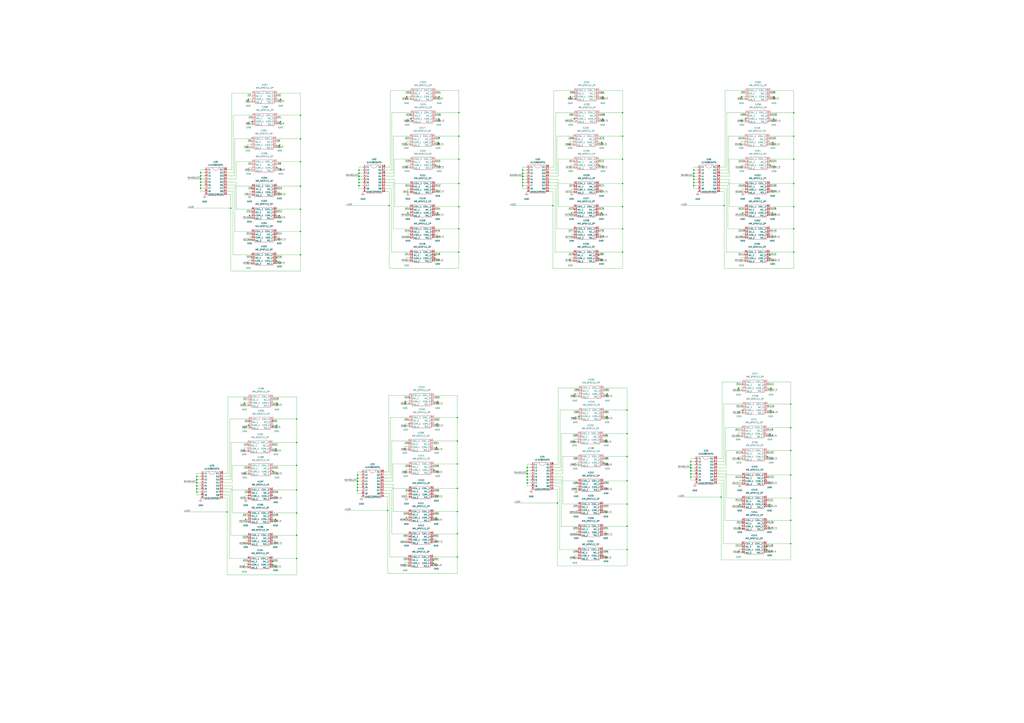
<source format=kicad_sch>
(kicad_sch (version 20211123) (generator eeschema)
  (paper "A1")
  (junction (at 651.8656 92.6084))
  (junction (at 376.8598 130.7338))
  (junction (at 375.6406 401.3962))
  (junction (at 514.985 414.2994))
  (junction (at 376.8598 207.2386))
  (junction (at 375.6406 457.8096))
  (junction (at 632.1552 212.3186))
  (junction (at 376.8598 92.6084))
  (junction (at 161.5948 401.7772))
  (junction (at 514.985 356.3874))
  (junction (at 567.4106 379.3744))
  (junction (at 358.267 425.5516))
  (junction (at 634.7968 117.0686))
  (junction (at 375.6406 381.3048))
  (junction (at 569.849 142.367))
  (junction (at 429.3108 144.9324))
  (junction (at 649.4272 332.1558))
  (junction (at 514.985 432.5112))
  (junction (at 429.26 147.447))
  (junction (at 569.8236 152.527))
  (junction (at 468.4014 79.4512))
  (junction (at 318.4906 419.5826))
  (junction (at 356.3366 386.3848))
  (junction (at 632.5616 135.8138))
  (junction (at 457.835 413.4612))
  (junction (at 649.4272 427.609))
  (junction (at 230.4034 99.9236))
  (junction (at 376.8598 188.0616))
  (junction (at 207.2386 99.8474))
  (junction (at 632.0536 414.528))
  (junction (at 224.3328 387.604))
  (junction (at 608.965 79.4512))
  (junction (at 592.2772 408.559))
  (junction (at 293.5986 398.018))
  (junction (at 333.9592 79.4512))
  (junction (at 609.9302 174.9806))
  (junction (at 227.076 214.4776))
  (junction (at 357.1494 209.7786))
  (junction (at 495.681 380.2634))
  (junction (at 633.222 318.9986))
  (junction (at 333.7052 425.5516))
  (junction (at 607.4918 414.528))
  (junction (at 246.7864 152.9842))
  (junction (at 567.4106 384.4544))
  (junction (at 494.919 97.7646))
  (junction (at 432.943 396.9766))
  (junction (at 494.2332 117.0686))
  (junction (at 630.1232 375.3612))
  (junction (at 375.6406 343.1794))
  (junction (at 651.8656 207.2386))
  (junction (at 632.3584 356.616))
  (junction (at 432.943 394.4366))
  (junction (at 495.0968 79.4512))
  (junction (at 511.302 188.0616))
  (junction (at 376.8598 169.8498))
  (junction (at 204.089 349.4786))
  (junction (at 332.74 330.0222))
  (junction (at 294.8432 139.827))
  (junction (at 226.568 368.8588))
  (junction (at 161.6456 396.7226))
  (junction (at 243.6368 459.0288))
  (junction (at 355.9302 460.3496))
  (junction (at 497.9162 361.5182))
  (junction (at 375.6406 420.4208))
  (junction (at 246.7864 190.2206))
  (junction (at 472.0844 323.9008))
  (junction (at 471.7542 97.6884))
  (junction (at 319.7098 169.0116))
  (junction (at 569.8236 149.987))
  (junction (at 469.3666 174.9806))
  (junction (at 161.5948 399.2372))
  (junction (at 454.152 169.0116))
  (junction (at 633.0442 337.312))
  (junction (at 201.7014 426.7708))
  (junction (at 432.9684 384.2766))
  (junction (at 498.7798 323.9008))
  (junction (at 243.6368 402.6154))
  (junction (at 634.492 174.9806))
  (junction (at 651.8656 150.8252))
  (junction (at 635.6604 79.4512))
  (junction (at 243.6368 382.524))
  (junction (at 164.7698 141.986))
  (junction (at 429.2854 144.907))
  (junction (at 246.7864 114.0968))
  (junction (at 594.7156 169.0116))
  (junction (at 606.5266 318.9986))
  (junction (at 651.8656 130.7338))
  (junction (at 632.1552 209.7786))
  (junction (at 229.7176 119.2276))
  (junction (at 293.5986 403.098))
  (junction (at 491.5916 212.3186))
  (junction (at 293.5986 400.558))
  (junction (at 294.8686 144.9324))
  (junction (at 360.4768 97.7646))
  (junction (at 293.624 395.478))
  (junction (at 514.985 451.6882))
  (junction (at 475.4372 342.138))
  (junction (at 495.2746 456.7682))
  (junction (at 336.0928 348.2594))
  (junction (at 227.4316 331.2414))
  (junction (at 223.9264 461.5688))
  (junction (at 649.4272 390.3726))
  (junction (at 432.9684 386.8166))
  (junction (at 334.9244 174.9806))
  (junction (at 429.2854 139.827))
  (junction (at 567.4106 381.9144))
  (junction (at 360.6546 79.4512))
  (junction (at 294.8178 149.987))
  (junction (at 227.2538 349.5548))
  (junction (at 164.7444 152.146))
  (junction (at 376.8598 111.9378))
  (junction (at 511.302 169.8498))
  (junction (at 567.3852 386.9944))
  (junction (at 432.943 391.8966))
  (junction (at 359.2576 348.3356))
  (junction (at 649.4272 370.2812))
  (junction (at 294.8432 144.907))
  (junction (at 226.2632 426.7708))
  (junction (at 293.6494 395.5034))
  (junction (at 246.7864 94.7674))
  (junction (at 511.302 130.7338))
  (junction (at 189.6364 171.1706))
  (junction (at 651.8656 111.9378))
  (junction (at 243.6368 344.3986))
  (junction (at 511.302 207.2386))
  (junction (at 569.8236 147.447))
  (junction (at 432.9684 389.4074))
  (junction (at 337.312 97.6884))
  (junction (at 429.2854 142.367))
  (junction (at 651.8656 169.8498))
  (junction (at 359.791 117.0686))
  (junction (at 649.4272 446.786))
  (junction (at 432.9684 389.4328))
  (junction (at 629.7168 449.326))
  (junction (at 357.5558 135.8138))
  (junction (at 243.6368 363.728))
  (junction (at 203.8858 81.6102))
  (junction (at 359.4354 330.0222))
  (junction (at 635.4826 97.7646))
  (junction (at 429.26 149.987))
  (junction (at 164.7698 147.066))
  (junction (at 511.302 92.6084))
  (junction (at 204.851 177.1396))
  (junction (at 246.7864 209.3976))
  (junction (at 229.4128 177.1396))
  (junction (at 243.6368 439.8518))
  (junction (at 243.6368 421.64))
  (junction (at 429.26 152.527))
  (junction (at 294.8432 142.367))
  (junction (at 567.436 384.4798))
  (junction (at 514.985 395.2748))
  (junction (at 569.849 139.827))
  (junction (at 651.8656 188.0616))
  (junction (at 200.7362 331.2414))
  (junction (at 649.4272 351.4852))
  (junction (at 567.3852 389.5344))
  (junction (at 293.624 390.398))
  (junction (at 164.7444 149.606))
  (junction (at 161.5948 404.3172))
  (junction (at 609.8794 337.2358))
  (junction (at 230.5812 81.6102))
  (junction (at 612.3178 97.6884))
  (junction (at 164.7698 144.526))
  (junction (at 227.4824 137.9728))
  (junction (at 246.7864 132.8928))
  (junction (at 514.985 375.1834))
  (junction (at 294.8178 147.447))
  (junction (at 246.7864 172.0088))
  (junction (at 227.076 211.9376))
  (junction (at 164.7952 147.0914))
  (junction (at 164.7444 154.686))
  (junction (at 498.602 342.2142))
  (junction (at 358.5718 367.6396))
  (junction (at 359.4862 174.9806))
  (junction (at 375.6406 438.6326))
  (junction (at 375.6406 362.5088))
  (junction (at 567.3852 392.0744))
  (junction (at 223.9264 464.1088))
  (junction (at 161.6202 394.1572))
  (junction (at 294.8178 152.527))
  (junction (at 293.624 392.938))
  (junction (at 491.5916 209.7786))
  (junction (at 511.302 150.8252))
  (junction (at 649.4272 409.3972))
  (junction (at 376.8598 150.8252))
  (junction (at 491.998 135.8138))
  (junction (at 514.985 337.058))
  (junction (at 511.302 111.9378))
  (junction (at 629.7168 451.866))
  (junction (at 186.4868 420.8018))
  (junction (at 161.6202 391.6172))
  (junction (at 493.9284 174.9806))
  (junction (at 357.1494 212.3186))
  (junction (at 355.9302 462.8896))
  (junction (at 569.849 144.9324))
  (wire (pts (xy 229.4128 177.1396) (xy 229.4128 177.0888)))
  (wire (pts (xy 592.2772 408.559) (xy 592.2772 460.0956)))
  (wire (pts (xy 227.4824 135.4328) (xy 230.9114 135.4328)))
  (wire (pts (xy 224.3328 382.524) (xy 243.6368 382.524)))
  (wire (pts (xy 500.1514 339.598) (xy 496.0112 339.598)))
  (wire (pts (xy 609.9302 174.9806) (xy 609.9302 174.9298)))
  (wire (pts (xy 629.7168 446.786) (xy 649.4272 446.786)))
  (wire (pts (xy 609.1428 446.786) (xy 593.979 446.786)))
  (wire (pts (xy 161.6202 394.1572) (xy 161.6456 396.7226)))
  (wire (pts (xy 458.5716 381.7366) (xy 458.5716 318.7954)))
  (wire (pts (xy 491.7694 172.3898) (xy 496.1636 172.3898)))
  (wire (pts (xy 496.0112 337.058) (xy 514.985 337.058)))
  (wire (pts (xy 201.8538 444.246) (xy 203.5302 444.246)))
  (wire (pts (xy 511.302 207.2386) (xy 511.302 188.0616)))
  (wire (pts (xy 316.3824 157.607) (xy 319.7098 157.607)))
  (wire (pts (xy 161.5948 401.7772) (xy 164.8714 401.7772)))
  (wire (pts (xy 567.4106 381.9144) (xy 567.4106 384.4544)))
  (wire (pts (xy 164.7444 152.146) (xy 168.021 152.146)))
  (wire (pts (xy 316.3824 152.527) (xy 322.834 152.527)))
  (wire (pts (xy 376.8598 188.0616) (xy 376.8598 169.8498)))
  (wire (pts (xy 336.9818 130.7338) (xy 323.9516 130.7338)))
  (wire (pts (xy 467.741 76.8858) (xy 471.6272 76.8858)))
  (wire (pts (xy 511.302 220.5482) (xy 511.302 207.2386)))
  (wire (pts (xy 357.1494 214.6046) (xy 364.0582 214.63)))
  (wire (pts (xy 459.5368 451.6882) (xy 459.5368 399.5166)))
  (wire (pts (xy 293.5986 403.098) (xy 293.5986 400.558)))
  (wire (pts (xy 246.7864 132.8928) (xy 246.7864 114.0968)))
  (wire (pts (xy 609.3206 432.0032) (xy 609.3206 432.689)))
  (wire (pts (xy 514.985 414.2994) (xy 514.985 395.2748)))
  (wire (pts (xy 332.7654 403.9362) (xy 335.6864 403.9362)))
  (wire (pts (xy 635.762 135.8646) (xy 632.5616 135.8646)))
  (wire (pts (xy 336.9056 155.2448) (xy 336.9056 155.9052)))
  (wire (pts (xy 475.3864 342.138) (xy 475.4372 342.138)))
  (wire (pts (xy 612.267 97.6884) (xy 612.3178 97.6884)))
  (wire (pts (xy 607.6442 432.6636) (xy 607.6442 432.0032)))
  (wire (pts (xy 632.333 190.6016) (xy 637.794 190.6016)))
  (wire (pts (xy 321.4116 207.2386) (xy 321.4116 155.067)))
  (wire (pts (xy 495.4524 421.6654) (xy 502.4374 421.6654)))
  (wire (pts (xy 224.663 349.4786) (xy 227.2538 349.4786)))
  (wire (pts (xy 493.9284 174.9806) (xy 493.9284 174.9298)))
  (wire (pts (xy 468.63 344.6526) (xy 475.4372 344.678)))
  (wire (pts (xy 491.9218 153.3652) (xy 496.2652 153.3652)))
  (wire (pts (xy 375.6406 420.4208) (xy 375.6406 401.3962)))
  (wire (pts (xy 429.26 147.447) (xy 432.5366 147.447)))
  (wire (pts (xy 475.107 375.1834) (xy 462.0768 375.1834)))
  (wire (pts (xy 634.2888 193.1924) (xy 634.2888 192.4812)))
  (wire (pts (xy 359.5624 212.3948) (xy 357.1494 212.3948)))
  (wire (pts (xy 246.7864 172.0088) (xy 246.7864 152.9842)))
  (wire (pts (xy 293.624 392.938) (xy 296.8752 392.938)))
  (wire (pts (xy 495.681 382.5494) (xy 502.5136 382.524)))
  (wire (pts (xy 607.568 394.7922) (xy 609.473 394.7922)))
  (wire (pts (xy 200.7362 331.2414) (xy 200.7362 331.216)))
  (wire (pts (xy 357.3272 172.3898) (xy 361.7214 172.3898)))
  (wire (pts (xy 328.3966 465.4296) (xy 335.3562 465.4296)))
  (wire (pts (xy 194.0306 172.0088) (xy 194.0306 153.924)))
  (wire (pts (xy 632.1552 207.2386) (xy 651.8656 207.2386)))
  (wire (pts (xy 495.4524 435.0512) (xy 499.6434 435.0512)))
  (wire (pts (xy 201.5744 84.1248) (xy 207.1116 84.1248)))
  (wire (pts (xy 189.6364 222.7072) (xy 246.7864 222.7072)))
  (wire (pts (xy 638.2258 95.123) (xy 632.8918 95.1484)))
  (wire (pts (xy 357.886 97.6884) (xy 360.4768 97.6884)))
  (wire (pts (xy 334.9244 174.9298) (xy 336.7532 174.9298)))
  (wire (pts (xy 298.0944 155.067) (xy 294.8178 155.067)))
  (wire (pts (xy 315.1632 398.018) (xy 322.834 398.018)))
  (wire (pts (xy 204.0382 349.4786) (xy 204.089 349.4786)))
  (wire (pts (xy 332.4352 172.3898) (xy 336.7532 172.3898)))
  (wire (pts (xy 495.2238 356.3874) (xy 514.985 356.3874)))
  (wire (pts (xy 611.5304 111.9378) (xy 597.9922 111.9378)))
  (wire (pts (xy 200.4822 367.9952) (xy 203.3016 367.9952)))
  (wire (pts (xy 227.4824 138.0236) (xy 227.4824 137.9728)))
  (wire (pts (xy 630.4534 332.1558) (xy 649.4272 332.1558)))
  (wire (pts (xy 472.0844 323.9008) (xy 472.0844 323.8754)))
  (wire (pts (xy 491.7694 190.6016) (xy 495.9604 190.6016)))
  (wire (pts (xy 324.104 169.8498) (xy 324.104 151.765)))
  (wire (pts (xy 191.7446 94.7674) (xy 191.7446 141.986)))
  (wire (pts (xy 436.2196 402.0566) (xy 436.2196 402.59)))
  (wire (pts (xy 455.8538 155.067) (xy 450.8246 155.067)))
  (wire (pts (xy 632.1044 114.4778) (xy 637.5654 114.4778)))
  (wire (pts (xy 246.7864 114.0968) (xy 246.7864 94.7674)))
  (wire (pts (xy 467.3854 95.123) (xy 471.7542 95.1484)))
  (wire (pts (xy 359.537 386.4356) (xy 356.3366 386.4356)))
  (wire (pts (xy 227.4824 140.2588) (xy 233.8832 140.2588)))
  (wire (pts (xy 318.4906 471.1192) (xy 375.6406 471.1192)))
  (wire (pts (xy 632.1806 209.7786) (xy 632.1552 209.7786)))
  (wire (pts (xy 183.1594 404.3172) (xy 189.611 404.3172)))
  (wire (pts (xy 203.2254 79.0448) (xy 207.1116 79.0448)))
  (wire (pts (xy 164.7698 147.066) (xy 168.021 147.066)))
  (wire (pts (xy 569.8236 149.987) (xy 569.8236 147.447)))
  (wire (pts (xy 243.6368 344.3986) (xy 243.6368 326.136)))
  (wire (pts (xy 161.5948 406.8572) (xy 161.5948 404.3172)))
  (wire (pts (xy 200.3552 121.7168) (xy 206.4512 121.7168)))
  (wire (pts (xy 599.1098 169.8498) (xy 599.1098 151.765)))
  (wire (pts (xy 356.6668 343.1794) (xy 375.6406 343.1794)))
  (wire (pts (xy 495.8842 326.1614) (xy 502.793 326.2376)))
  (wire (pts (xy 199.1106 442.3918) (xy 203.5302 442.3918)))
  (wire (pts (xy 454.5076 402.0566) (xy 457.835 402.0566)))
  (wire (pts (xy 358.2416 76.8858) (xy 357.759 76.8858)))
  (wire (pts (xy 164.7698 147.066) (xy 164.7952 147.0914)))
  (wire (pts (xy 199.2122 461.5688) (xy 203.3524 461.5688)))
  (wire (pts (xy 161.5948 399.2372) (xy 164.8714 399.2372)))
  (wire (pts (xy 601.1926 417.068) (xy 609.3206 417.0172)))
  (wire (pts (xy 632.4854 150.8252) (xy 651.8656 150.8252)))
  (wire (pts (xy 227.4062 158.0642) (xy 229.5398 158.0642)))
  (wire (pts (xy 330.3524 81.9658) (xy 337.185 81.9658)))
  (wire (pts (xy 432.943 399.5166) (xy 432.943 396.9766)))
  (wire (pts (xy 333.9846 212.471) (xy 333.9846 211.7344)))
  (wire (pts (xy 323.342 151.765) (xy 324.104 151.765)))
  (wire (pts (xy 293.624 390.398) (xy 296.8752 390.398)))
  (wire (pts (xy 603.9612 138.4046) (xy 611.9876 138.3538)))
  (wire (pts (xy 569.8236 147.447) (xy 573.1002 147.447)))
  (wire (pts (xy 357.3272 195.4276) (xy 364.6932 195.4276)))
  (wire (pts (xy 470.9668 111.9378) (xy 457.4286 111.9378)))
  (wire (pts (xy 456.2602 92.6084) (xy 456.2602 139.827)))
  (wire (pts (xy 594.7156 220.5482) (xy 651.8656 220.5482)))
  (wire (pts (xy 207.2386 94.7674) (xy 191.7446 94.7674)))
  (wire (pts (xy 356.108 438.6326) (xy 375.6406 438.6326)))
  (wire (pts (xy 471.1954 192.4558) (xy 471.1954 193.1416)))
  (wire (pts (xy 514.985 464.9978) (xy 514.985 451.6882)))
  (wire (pts (xy 355.9302 457.8096) (xy 375.6406 457.8096)))
  (wire (pts (xy 470.9668 116.205) (xy 470.9668 117.0178)))
  (wire (pts (xy 188.1886 406.8572) (xy 183.1594 406.8572)))
  (wire (pts (xy 227.1014 211.9376) (xy 227.076 211.9376)))
  (wire (pts (xy 632.4854 158.1912) (xy 640.7658 158.1912)))
  (wire (pts (xy 243.6368 382.524) (xy 243.6368 363.728)))
  (wire (pts (xy 606.5266 318.9732) (xy 609.7524 318.9732)))
  (wire (pts (xy 474.8784 436.9054) (xy 474.8784 437.5912)))
  (wire (pts (xy 467.5886 421.9194) (xy 474.8784 421.9194)))
  (wire (pts (xy 361.0102 345.694) (xy 356.6668 345.7194)))
  (wire (pts (xy 246.7864 222.7072) (xy 246.7864 209.3976)))
  (wire (pts (xy 498.602 342.138) (xy 498.602 342.2142)))
  (wire (pts (xy 567.4106 386.4864) (xy 567.4106 384.4544)))
  (wire (pts (xy 376.8598 130.7338) (xy 376.8598 111.9378)))
  (wire (pts (xy 458.4954 150.8252) (xy 458.4954 147.447)))
  (wire (pts (xy 468.7824 97.7392) (xy 471.7034 97.6884)))
  (wire (pts (xy 608.0506 95.1484) (xy 612.3178 95.1484)))
  (wire (pts (xy 361.0356 327.4314) (xy 357.0224 327.4568)))
  (wire (pts (xy 468.7316 135.8138) (xy 471.424 135.8138)))
  (wire (pts (xy 495.2746 454.2282) (xy 499.6942 454.279)))
  (wire (pts (xy 429.2854 146.939) (xy 429.2854 144.907)))
  (wire (pts (xy 203.5302 421.64) (xy 190.881 421.64)))
  (wire (pts (xy 356.108 441.1726) (xy 360.299 441.1726)))
  (wire (pts (xy 357.886 92.6084) (xy 376.8598 92.6084)))
  (wire (pts (xy 246.7864 76.5048) (xy 227.6856 76.5048)))
  (wire (pts (xy 497.9162 361.4674) (xy 495.2238 361.4674)))
  (wire (pts (xy 606.5266 318.9986) (xy 606.5266 318.9732)))
  (wire (pts (xy 633.0442 337.2358) (xy 633.0442 337.312)))
  (wire (pts (xy 596.6714 409.3972) (xy 596.6714 391.3124)))
  (wire (pts (xy 609.3206 427.609) (xy 595.4014 427.609)))
  (wire (pts (xy 224.2566 407.6954) (xy 226.3902 407.6954)))
  (wire (pts (xy 630.3264 318.9732) (xy 633.222 318.9732)))
  (wire (pts (xy 332.6384 133.223) (xy 336.9818 133.2738)))
  (wire (pts (xy 294.8432 137.3124) (xy 294.8432 139.827)))
  (wire (pts (xy 226.2632 426.7708) (xy 226.2632 426.72)))
  (wire (pts (xy 633.2474 76.8858) (xy 632.7648 76.8858)))
  (wire (pts (xy 227.0252 114.0968) (xy 246.7864 114.0968)))
  (wire (pts (xy 432.5366 157.607) (xy 432.5366 158.1404)))
  (wire (pts (xy 358.0638 443.7634) (xy 358.0638 443.0522)))
  (wire (pts (xy 201.7776 410.1338) (xy 201.7776 407.035)))
  (wire (pts (xy 229.7176 119.1768) (xy 227.0252 119.1768)))
  (wire (pts (xy 357.4796 158.1912) (xy 364.5662 158.1912)))
  (wire (pts (xy 632.8918 99.9744) (xy 641.0706 99.9998)))
  (wire (pts (xy 192.913 114.0968) (xy 192.913 144.526)))
  (wire (pts (xy 432.943 391.8966) (xy 436.2196 391.8966)))
  (wire (pts (xy 183.1594 409.3972) (xy 186.4868 409.3972)))
  (wire (pts (xy 224.663 344.3986) (xy 243.6368 344.3986)))
  (wire (pts (xy 224.3328 385.064) (xy 228.727 385.1402)))
  (wire (pts (xy 629.7422 449.326) (xy 629.7168 449.326)))
  (wire (pts (xy 356.108 422.9608) (xy 360.5022 422.9608)))
  (wire (pts (xy 332.5622 383.8448) (xy 335.7626 383.8448)))
  (wire (pts (xy 492.3282 97.6884) (xy 494.919 97.6884)))
  (wire (pts (xy 608.711 116.205) (xy 611.5304 116.205)))
  (wire (pts (xy 243.6368 326.136) (xy 224.536 326.136)))
  (wire (pts (xy 649.4272 446.786) (xy 649.4272 427.609)))
  (wire (pts (xy 492.6838 76.8858) (xy 492.2012 76.8858)))
  (wire (pts (xy 632.8918 92.6084) (xy 651.8656 92.6084)))
  (wire (pts (xy 632.1044 111.9378) (xy 651.8656 111.9378)))
  (wire (pts (xy 190.119 401.7772) (xy 190.119 403.5552)))
  (wire (pts (xy 164.7698 141.986) (xy 168.021 141.986)))
  (wire (pts (xy 335.3054 362.5088) (xy 321.7672 362.5088)))
  (wire (pts (xy 470.5604 416.8394) (xy 474.8784 416.8394)))
  (wire (pts (xy 335.3562 462.3054) (xy 335.3562 462.8896)))
  (wire (pts (xy 491.9218 150.8252) (xy 511.302 150.8252)))
  (wire (pts (xy 333.7052 116.205) (xy 336.5246 116.205)))
  (wire (pts (xy 330.0984 138.3284) (xy 336.9818 138.3538)))
  (wire (pts (xy 230.7336 79.0956) (xy 228.1682 79.0448)))
  (wire (pts (xy 595.4522 137.287) (xy 595.4522 74.3458)))
  (wire (pts (xy 282.8544 419.5826) (xy 318.4906 419.5826)))
  (wire (pts (xy 189.6364 159.766) (xy 189.6364 171.1706)))
  (wire (pts (xy 595.4522 74.3458) (xy 612.1908 74.3458)))
  (wire (pts (xy 331.216 422.9608) (xy 335.534 422.9608)))
  (wire (pts (xy 596.519 384.4544) (xy 588.9498 384.4544)))
  (wire (pts (xy 224.536 331.216) (xy 227.4316 331.216)))
  (wire (pts (xy 199.5424 217.0176) (xy 206.502 217.0176)))
  (wire (pts (xy 355.9302 465.1756) (xy 362.839 465.201)))
  (wire (pts (xy 335.6864 405.8158) (xy 335.6864 406.4762)))
  (wire (pts (xy 332.486 366.776) (xy 332.486 367.665)))
  (wire (pts (xy 432.943 396.9766) (xy 436.2196 396.9766)))
  (wire (pts (xy 355.8794 369.8748) (xy 363.2962 369.8748)))
  (wire (pts (xy 227.2538 349.4786) (xy 227.2538 349.5548)))
  (wire (pts (xy 494.919 97.6884) (xy 494.919 97.7646)))
  (wire (pts (xy 422.1988 413.4612) (xy 457.835 413.4612)))
  (wire (pts (xy 454.5076 381.7366) (xy 458.5716 381.7366)))
  (wire (pts (xy 567.3852 386.9944) (xy 570.6618 386.9944)))
  (wire (pts (xy 224.1042 421.64) (xy 243.6368 421.64)))
  (wire (pts (xy 315.1632 387.858) (xy 319.2272 387.858)))
  (wire (pts (xy 593.0138 313.8932) (xy 609.7524 313.8932)))
  (wire (pts (xy 458.3938 144.907) (xy 450.8246 144.907)))
  (wire (pts (xy 321.6148 403.098) (xy 321.6148 438.6326)))
  (wire (pts (xy 471.7034 97.6884) (xy 471.7542 97.6884)))
  (wire (pts (xy 323.9516 144.907) (xy 316.3824 144.907)))
  (wire (pts (xy 243.6368 421.64) (xy 243.6368 402.6154)))
  (wire (pts (xy 629.8946 411.9372) (xy 635.127 411.9626)))
  (wire (pts (xy 466.09 81.9658) (xy 471.6272 81.9658)))
  (wire (pts (xy 472.1098 456.184) (xy 474.7006 456.184)))
  (wire (pts (xy 601.3704 397.9926) (xy 609.473 397.9926)))
  (wire (pts (xy 203.3016 363.728) (xy 189.7634 363.728)))
  (wire (pts (xy 466.852 114.5286) (xy 470.9668 114.4778)))
  (wire (pts (xy 333.121 348.3102) (xy 336.042 348.2594)))
  (wire (pts (xy 588.9498 397.1544) (xy 592.2772 397.1544)))
  (wire (pts (xy 294.8178 149.987) (xy 298.0944 149.987)))
  (wire (pts (xy 497.9162 361.5182) (xy 497.9162 361.4674)))
  (wire (pts (xy 603.3516 214.8332) (xy 611.5812 214.8586)))
  (wire (pts (xy 604.901 430.149) (xy 609.3206 430.149)))
  (wire (pts (xy 569.849 142.367) (xy 573.1002 142.367)))
  (wire (pts (xy 457.4286 111.9378) (xy 457.4286 142.367)))
  (wire (pts (xy 200.5584 385.064) (xy 203.7588 385.064)))
  (wire (pts (xy 457.7842 149.987) (xy 457.7842 151.765)))
  (wire (pts (xy 164.8714 406.8572) (xy 161.5948 406.8572)))
  (wire (pts (xy 514.985 356.3874) (xy 514.985 337.058)))
  (wire (pts (xy 359.283 192.4812) (xy 357.3272 192.4812)))
  (wire (pts (xy 376.8598 207.2386) (xy 376.8598 188.0616)))
  (wire (pts (xy 329.8952 388.9248) (xy 335.7626 388.9248)))
  (wire (pts (xy 591.3882 137.287) (xy 595.4522 137.287)))
  (wire (pts (xy 495.4524 416.8394) (xy 499.8466 416.8394)))
  (wire (pts (xy 332.486 366.776) (xy 335.3054 366.776)))
  (wire (pts (xy 246.7864 152.9842) (xy 246.7864 132.8928)))
  (wire (pts (xy 329.0316 332.5622) (xy 335.9658 332.5368)))
  (wire (pts (xy 461.4672 394.4366) (xy 461.4672 396.2146)))
  (wire (pts (xy 629.8946 434.975) (xy 638.2004 434.9242)))
  (wire (pts (xy 360.6546 79.4258) (xy 360.6546 79.4512)))
  (wire (pts (xy 226.06 444.2714) (xy 224.1042 444.2714)))
  (wire (pts (xy 207.1878 99.8474) (xy 207.2386 99.8474)))
  (wire (pts (xy 603.9104 392.9126) (xy 609.473 392.9126)))
  (wire (pts (xy 201.7776 407.035) (xy 203.6826 407.035)))
  (wire (pts (xy 612.3178 92.6084) (xy 596.8238 92.6084)))
  (wire (pts (xy 632.5616 135.8646) (xy 632.5616 135.8138)))
  (wire (pts (xy 602.2848 435.229) (xy 609.3206 435.229)))
  (wire (pts (xy 457.835 413.4612) (xy 457.835 464.9978)))
  (wire (pts (xy 468.4014 79.4258) (xy 471.6272 79.4258)))
  (wire (pts (xy 597.8398 152.527) (xy 597.8398 188.0616)))
  (wire (pts (xy 632.0536 414.4772) (xy 629.8946 414.4772)))
  (wire (pts (xy 328.2442 428.0408) (xy 335.534 428.0408)))
  (wire (pts (xy 355.8794 362.5088) (xy 375.6406 362.5088)))
  (wire (pts (xy 429.2854 144.907) (xy 432.5366 144.907)))
  (wire (pts (xy 468.4014 79.4512) (xy 468.4014 79.4258)))
  (wire (pts (xy 468.1474 116.205) (xy 468.1474 117.094)))
  (wire (pts (xy 458.3938 130.7338) (xy 458.3938 144.907)))
  (wire (pts (xy 189.7634 363.728) (xy 189.7634 394.1572)))
  (wire (pts (xy 359.4354 329.9968) (xy 359.4354 330.0222)))
  (wire (pts (xy 320.4464 137.287) (xy 320.4464 74.3458)))
  (wire (pts (xy 567.4106 379.3744) (xy 567.4106 381.9144)))
  (wire (pts (xy 474.6498 356.3874) (xy 461.1116 356.3874)))
  (wire (pts (xy 632.1298 451.9422) (xy 629.7168 451.9422)))
  (wire (pts (xy 329.4634 177.4698) (xy 336.7532 177.4698)))
  (wire (pts (xy 193.9798 152.9842) (xy 193.9798 149.606)))
  (wire (pts (xy 651.8656 92.6084) (xy 651.8656 74.3458)))
  (wire (pts (xy 375.6406 343.1794) (xy 375.6406 324.9168)))
  (wire (pts (xy 514.985 451.6882) (xy 514.985 432.5112)))
  (wire (pts (xy 243.6368 459.0288) (xy 243.6368 439.8518)))
  (wire (pts (xy 164.7698 144.526) (xy 164.7698 147.066)))
  (wire (pts (xy 200.4822 367.9952) (xy 200.4822 368.8842)))
  (wire (pts (xy 190.7286 396.6972) (xy 183.1594 396.6972)))
  (wire (pts (xy 293.624 397.51) (xy 293.624 395.478)))
  (wire (pts (xy 294.8432 142.367) (xy 294.8432 144.907)))
  (wire (pts (xy 333.9592 79.4512) (xy 333.9592 79.4258)))
  (wire (pts (xy 567.4106 381.9144) (xy 570.6618 381.9144)))
  (wire (pts (xy 468.4268 211.7344) (xy 471.0176 211.7344)))
  (wire (pts (xy 189.6364 171.1706) (xy 189.6364 222.7072)))
  (wire (pts (xy 294.8432 139.827) (xy 298.0944 139.827)))
  (wire (pts (xy 459.5368 399.5166) (xy 454.5076 399.5166)))
  (wire (pts (xy 376.8598 92.6084) (xy 376.8598 74.3458)))
  (wire (pts (xy 632.1044 119.3038) (xy 640.461 119.3038)))
  (wire (pts (xy 432.5366 155.067) (xy 429.26 155.067)))
  (wire (pts (xy 226.2632 426.72) (xy 224.1042 426.72)))
  (wire (pts (xy 630.1232 375.412) (xy 630.1232 375.3612)))
  (wire (pts (xy 190.8302 402.6154) (xy 190.8302 399.2372)))
  (wire (pts (xy 610.0826 193.1162) (xy 610.0826 192.4558)))
  (wire (pts (xy 154.0002 171.1706) (xy 189.6364 171.1706)))
  (wire (pts (xy 432.943 394.4366) (xy 436.2196 394.4366)))
  (wire (pts (xy 189.611 404.3172) (xy 189.611 439.8518)))
  (wire (pts (xy 595.9094 389.5344) (xy 595.9094 391.3124)))
  (wire (pts (xy 332.7654 462.3054) (xy 335.3562 462.3054)))
  (wire (pts (xy 495.2746 456.8444) (xy 495.2746 456.7682)))
  (wire (pts (xy 337.2612 97.6884) (xy 337.312 97.6884)))
  (wire (pts (xy 468.2744 326.4916) (xy 475.3102 326.4154)))
  (wire (pts (xy 468.4268 212.471) (xy 468.4268 211.7344)))
  (wire (pts (xy 474.6498 360.6546) (xy 474.6498 361.4674)))
  (wire (pts (xy 357.5558 133.2738) (xy 361.7722 133.2738)))
  (wire (pts (xy 294.8432 146.939) (xy 294.8178 147.447)))
  (wire (pts (xy 322.834 401.3962) (xy 322.834 398.018)))
  (wire (pts (xy 335.0768 193.1162) (xy 335.0768 192.4558)))
  (wire (pts (xy 467.8426 440.1312) (xy 474.8784 440.1312)))
  (wire (pts (xy 651.8656 220.5482) (xy 651.8656 207.2386)))
  (wire (pts (xy 591.3882 157.607) (xy 594.7156 157.607)))
  (wire (pts (xy 467.2838 153.3906) (xy 471.3478 153.3652)))
  (wire (pts (xy 204.089 344.3986) (xy 188.595 344.3986)))
  (wire (pts (xy 335.6864 401.3962) (xy 322.834 401.3962)))
  (wire (pts (xy 202.3618 174.5488) (xy 206.6798 174.5488)))
  (wire (pts (xy 298.0944 137.287) (xy 294.8432 137.3124)))
  (wire (pts (xy 559.1556 144.9324) (xy 569.849 144.9324)))
  (wire (pts (xy 204.9272 157.4038) (xy 206.8322 157.4038)))
  (wire (pts (xy 293.624 395.478) (xy 293.6494 395.5034)))
  (wire (pts (xy 495.681 380.3142) (xy 495.681 380.2634)))
  (wire (pts (xy 227.076 209.3976) (xy 246.7864 209.3976)))
  (wire (pts (xy 359.2576 348.2594) (xy 359.2576 348.3356)))
  (wire (pts (xy 203.9112 214.63) (xy 203.9112 213.8934)))
  (wire (pts (xy 203.3016 367.9952) (xy 203.3016 368.808)))
  (wire (pts (xy 318.4906 408.178) (xy 318.4906 419.5826)))
  (wire (pts (xy 450.8246 147.447) (xy 458.4954 147.447)))
  (wire (pts (xy 630.1232 377.6472) (xy 638.2258 377.6218)))
  (wire (pts (xy 356.5398 329.9968) (xy 359.4354 329.9968)))
  (wire (pts (xy 593.0138 376.8344) (xy 593.0138 313.8932)))
  (wire (pts (xy 161.6202 389.1026) (xy 161.6202 391.6172)))
  (wire (pts (xy 224.3328 387.6548) (xy 224.3328 387.604)))
  (wire (pts (xy 376.8598 169.8498) (xy 376.8598 150.8252)))
  (wire (pts (xy 356.6668 348.2594) (xy 359.2576 348.2594)))
  (wire (pts (xy 491.998 130.7338) (xy 511.302 130.7338)))
  (wire (pts (xy 196.4944 447.4718) (xy 203.5302 447.4718)))
  (wire (pts (xy 573.1002 137.287) (xy 569.849 137.3124)))
  (wire (pts (xy 454.5076 396.9766) (xy 460.9592 396.9766)))
  (wire (pts (xy 227.2538 192.7606) (xy 231.4448 192.7606)))
  (wire (pts (xy 495.0968 79.4258) (xy 495.0968 79.4512)))
  (wire (pts (xy 294.8432 146.939) (xy 294.8432 144.907)))
  (wire (pts (xy 201.676 102.3874) (xy 207.2386 102.3874)))
  (wire (pts (xy 649.4272 409.3972) (xy 649.4272 390.3726)))
  (wire (pts (xy 193.8782 132.8928) (xy 193.8782 147.066)))
  (wire (pts (xy 629.8946 416.7632) (xy 638.0226 416.7378)))
  (wire (pts (xy 610.0064 155.2448) (xy 611.9114 155.2448)))
  (wire (pts (xy 333.8576 443.6872) (xy 333.8576 443.0268)))
  (wire (pts (xy 463.9056 177.4698) (xy 471.1954 177.4698)))
  (wire (pts (xy 203.6826 407.035) (xy 203.6826 407.6954)))
  (wire (pts (xy 206.8322 157.4038) (xy 206.8322 158.0642)))
  (wire (pts (xy 450.8246 149.987) (xy 457.7842 149.987)))
  (wire (pts (xy 471.7542 92.6084) (xy 456.2602 92.6084)))
  (wire (pts (xy 454.152 220.5482) (xy 511.302 220.5482)))
  (wire (pts (xy 569.849 146.939) (xy 569.8236 147.447)))
  (wire (pts (xy 357.3272 177.2158) (xy 364.3122 177.2158)))
  (wire (pts (xy 492.2012 81.7118) (xy 499.4402 81.6864)))
  (wire (pts (xy 602.1832 454.406) (xy 609.1428 454.406)))
  (wire (pts (xy 204.9272 160.5026) (xy 204.9272 157.4038)))
  (wire (pts (xy 375.6406 438.6326) (xy 375.6406 420.4208)))
  (wire (pts (xy 588.9498 389.5344) (xy 595.9094 389.5344)))
  (wire (pts (xy 570.6618 397.1544) (xy 570.6618 397.6878)))
  (wire (pts (xy 203.9112 213.8934) (xy 206.502 213.8934)))
  (wire (pts (xy 203.7588 382.524) (xy 190.7286 382.524)))
  (wire (pts (xy 491.7694 169.8498) (xy 511.302 169.8498)))
  (wire (pts (xy 569.849 137.3124) (xy 569.849 139.827)))
  (wire (pts (xy 603.7326 354.0506) (xy 609.092 354.0252)))
  (wire (pts (xy 200.787 160.6042) (xy 206.8322 160.6042)))
  (wire (pts (xy 468.1474 116.205) (xy 470.9668 116.205)))
  (wire (pts (xy 223.9518 461.5688) (xy 223.9264 461.5688)))
  (wire (pts (xy 168.021 159.766) (xy 168.021 160.2994)))
  (wire (pts (xy 607.4918 414.4772) (xy 609.3206 414.4772)))
  (wire (pts (xy 294.8178 155.067) (xy 294.8178 152.527)))
  (wire (pts (xy 333.0702 386.3848) (xy 335.7626 386.3848)))
  (wire (pts (xy 649.4272 370.2812) (xy 649.4272 351.4852)))
  (wire (pts (xy 495.6048 395.2748) (xy 514.985 395.2748)))
  (wire (pts (xy 608.9904 212.471) (xy 608.9904 211.7344)))
  (wire (pts (xy 567.3852 392.0744) (xy 570.6618 392.0744)))
  (wire (pts (xy 355.8794 365.0488) (xy 360.3752 365.0234)))
  (wire (pts (xy 296.8752 387.858) (xy 293.624 387.8834)))
  (wire (pts (xy 357.1494 207.2386) (xy 376.8598 207.2386)))
  (wire (pts (xy 460.9592 396.9766) (xy 460.9592 432.5112)))
  (wire (pts (xy 321.4116 155.067) (xy 316.3824 155.067)))
  (wire (pts (xy 609.9302 174.9298) (xy 611.759 174.9298)))
  (wire (pts (xy 609.8286 337.2358) (xy 609.8794 337.2358)))
  (wire (pts (xy 569.849 144.9324) (xy 573.1002 144.907)))
  (wire (pts (xy 454.152 157.607) (xy 454.152 169.0116)))
  (wire (pts (xy 332.9686 76.9112) (xy 337.185 76.8858)))
  (wire (pts (xy 227.2538 194.6402) (xy 227.2538 195.3006)))
  (wire (pts (xy 491.5408 111.9378) (xy 511.302 111.9378)))
  (wire (pts (xy 293.5986 403.098) (xy 296.8752 403.098)))
  (wire (pts (xy 636.8288 76.9112) (xy 633.2474 76.8858)))
  (wire (pts (xy 634.492 174.9806) (xy 634.492 174.9298)))
  (wire (pts (xy 596.519 370.2812) (xy 596.519 384.4544)))
  (wire (pts (xy 567.3852 389.5344) (xy 570.6618 389.5344)))
  (wire (pts (xy 204.851 177.1396) (xy 204.851 177.0888)))
  (wire (pts (xy 190.373 139.446) (xy 190.373 76.5048)))
  (wire (pts (xy 570.6618 376.8344) (xy 567.4106 376.8598)))
  (wire (pts (xy 336.042 348.2594) (xy 336.0928 348.2594)))
  (wire (pts (xy 322.834 152.527) (xy 322.834 188.0616)))
  (wire (pts (xy 491.7694 188.0616) (xy 511.302 188.0616)))
  (wire (pts (xy 497.6876 456.8444) (xy 495.2746 456.8444)))
  (wire (pts (xy 432.9684 386.8166) (xy 436.2196 386.8166)))
  (wire (pts (xy 595.9094 391.3124) (xy 596.6714 391.3124)))
  (wire (pts (xy 610.0826 192.4558) (xy 611.759 192.4558)))
  (wire (pts (xy 203.6318 118.364) (xy 203.6318 119.253)))
  (wire (pts (xy 320.1924 405.638) (xy 315.1632 405.638)))
  (wire (pts (xy 197.0278 410.1592) (xy 203.6826 410.2354)))
  (wire (pts (xy 608.965 79.4512) (xy 608.965 79.4258)))
  (wire (pts (xy 473.1258 402.7932) (xy 473.1258 399.6944)))
  (wire (pts (xy 294.8178 149.987) (xy 294.8178 147.447)))
  (wire (pts (xy 333.7052 116.205) (xy 333.7052 117.094)))
  (wire (pts (xy 418.5158 169.0116) (xy 454.152 169.0116)))
  (wire (pts (xy 223.9264 466.3948) (xy 230.8352 466.4202)))
  (wire (pts (xy 569.8236 152.527) (xy 573.1002 152.527)))
  (wire (pts (xy 357.3272 169.8498) (xy 376.8598 169.8498)))
  (wire (pts (xy 511.302 92.6084) (xy 511.302 74.3458)))
  (wire (pts (xy 356.2604 406.4762) (xy 358.394 406.4762)))
  (wire (pts (xy 336.5246 116.205) (xy 336.5246 117.0178)))
  (wire (pts (xy 611.9876 130.7338) (xy 598.9574 130.7338)))
  (wire (pts (xy 227.4062 155.5242) (xy 231.7496 155.5242)))
  (wire (pts (xy 491.5916 214.6046) (xy 498.5004 214.63)))
  (wire (pts (xy 358.3432 462.9658) (xy 355.9302 462.9658)))
  (wire (pts (xy 493.7252 192.4812) (xy 491.7694 192.4812)))
  (wire (pts (xy 432.9684 389.4328) (xy 432.9684 389.4074)))
  (wire (pts (xy 228.1682 79.0448) (xy 227.6856 79.0448)))
  (wire (pts (xy 598.9574 130.7338) (xy 598.9574 144.907)))
  (wire (pts (xy 593.979 446.786) (xy 593.979 394.6144)))
  (wire (pts (xy 630.3264 321.2592) (xy 638.4798 321.183)))
  (wire (pts (xy 629.7168 451.9422) (xy 629.7168 451.866)))
  (wire (pts (xy 187.2234 326.136) (xy 203.962 326.136)))
  (wire (pts (xy 497.4082 436.9308) (xy 495.4524 436.9308)))
  (wire (pts (xy 227.2538 174.5488) (xy 231.648 174.5488)))
  (wire (pts (xy 491.617 209.7786) (xy 491.5916 209.7786)))
  (wire (pts (xy 608.711 116.205) (xy 608.711 117.094)))
  (wire (pts (xy 651.8656 74.3458) (xy 632.7648 74.3458)))
  (wire (pts (xy 569.849 139.827) (xy 569.849 142.367)))
  (wire (pts (xy 632.333 188.0616) (xy 651.8656 188.0616)))
  (wire (pts (xy 596.8238 92.6084) (xy 596.8238 139.827)))
  (wire (pts (xy 203.6318 118.364) (xy 206.4512 118.364)))
  (wire (pts (xy 470.3572 358.8766) (xy 474.6498 358.9274)))
  (wire (pts (xy 335.534 443.0268) (xy 335.534 443.7126)))
  (wire (pts (xy 224.1042 442.3918) (xy 228.2952 442.3918)))
  (wire (pts (xy 201.7014 426.7708) (xy 201.7014 426.72)))
  (wire (pts (xy 188.595 391.6172) (xy 183.1594 391.6172)))
  (wire (pts (xy 358.267 425.5516) (xy 358.267 425.5008)))
  (wire (pts (xy 164.7698 144.526) (xy 168.021 144.526)))
  (wire (pts (xy 429.2854 146.939) (xy 429.26 147.447)))
  (wire (pts (xy 186.309 152.146) (xy 193.2686 152.146)))
  (wire (pts (xy 333.7052 425.5516) (xy 333.7052 425.5008)))
  (wire (pts (xy 356.3366 381.3048) (xy 375.6406 381.3048)))
  (wire (pts (xy 227.0252 116.6368) (xy 230.2256 116.6114)))
  (wire (pts (xy 606.2218 114.4778) (xy 611.5304 114.4778)))
  (wire (pts (xy 206.502 213.8934) (xy 206.502 214.4776)))
  (wire (pts (xy 161.5948 401.7772) (xy 161.5948 399.2372)))
  (wire (pts (xy 606.3234 172.3898) (xy 611.759 172.3898)))
  (wire (pts (xy 491.998 138.0998) (xy 498.9322 138.0998)))
  (wire (pts (xy 473.1258 399.6944) (xy 475.0308 399.6944)))
  (wire (pts (xy 649.4272 427.609) (xy 649.4272 409.3972)))
  (wire (pts (xy 491.617 209.7786) (xy 496.0366 209.8294)))
  (wire (pts (xy 358.5718 367.6396) (xy 358.5718 367.5888)))
  (wire (pts (xy 649.4272 351.4852) (xy 649.4272 332.1558)))
  (wire (pts (xy 473.0496 419.4302) (xy 473.0496 419.3794)))
  (wire (pts (xy 556.641 408.559) (xy 592.2772 408.559)))
  (wire (pts (xy 494.2332 117.0178) (xy 491.5408 117.0178)))
  (wire (pts (xy 227.4824 132.8928) (xy 246.7864 132.8928)))
  (wire (pts (xy 204.0382 97.3074) (xy 207.2386 97.3074)))
  (wire (pts (xy 591.3882 149.987) (xy 598.3478 149.987)))
  (wire (pts (xy 470.4588 435.0512) (xy 474.8784 435.0512)))
  (wire (pts (xy 634.492 174.9298) (xy 632.333 174.9298)))
  (wire (pts (xy 358.0638 443.0522) (xy 356.108 443.0522)))
  (wire (pts (xy 496.4176 77.0382) (xy 492.6838 76.8858)))
  (wire (pts (xy 335.534 438.6326) (xy 321.6148 438.6326)))
  (wire (pts (xy 649.4272 460.0956) (xy 649.4272 446.786)))
  (wire (pts (xy 591.3882 147.447) (xy 599.059 147.447)))
  (wire (pts (xy 464.3628 158.4452) (xy 471.3478 158.4452)))
  (wire (pts (xy 569.8236 152.527) (xy 569.8236 149.987)))
  (wire (pts (xy 161.6202 391.6172) (xy 164.8714 391.6172)))
  (wire (pts (xy 203.9112 155.5242) (xy 206.8322 155.5242)))
  (wire (pts (xy 201.1172 349.5294) (xy 204.0382 349.4786)))
  (wire (pts (xy 227.4062 160.3502) (xy 234.4928 160.3502)))
  (wire (pts (xy 206.502 209.3976) (xy 191.3382 209.3976)))
  (wire (pts (xy 226.568 368.808) (xy 223.8756 368.808)))
  (wire (pts (xy 605.4344 100.2792) (xy 612.3178 100.2284)))
  (wire (pts (xy 224.536 328.676) (xy 228.8794 328.676)))
  (wire (pts (xy 356.3366 388.6708) (xy 363.1946 388.62)))
  (wire (pts (xy 375.6406 362.5088) (xy 375.6406 343.1794)))
  (wire (pts (xy 322.7324 395.478) (xy 315.1632 395.478)))
  (wire (pts (xy 651.8656 188.0616) (xy 651.8656 169.8498)))
  (wire (pts (xy 322.8848 420.4208) (xy 322.8848 402.336)))
  (wire (pts (xy 456.2602 139.827) (xy 450.8246 139.827)))
  (wire (pts (xy 514.985 395.2748) (xy 514.985 375.1834)))
  (wire (pts (xy 631.8504 432.7398) (xy 631.8504 432.0286)))
  (wire (pts (xy 164.7444 157.226) (xy 164.7444 154.686)))
  (wire (pts (xy 462.0768 375.1834) (xy 462.0768 389.3566)))
  (wire (pts (xy 601.3958 377.8758) (xy 609.5492 377.9012)))
  (wire (pts (xy 592.2772 460.0956) (xy 649.4272 460.0956)))
  (wire (pts (xy 359.791 117.0686) (xy 359.791 117.0178)))
  (wire (pts (xy 206.4512 114.0968) (xy 192.913 114.0968)))
  (wire (pts (xy 629.8946 432.0286) (xy 629.8946 432.689)))
  (wire (pts (xy 227.076 214.5538) (xy 227.076 214.4776)))
  (wire (pts (xy 318.4906 419.5826) (xy 318.4906 471.1192)))
  (wire (pts (xy 335.0768 192.4558) (xy 336.7532 192.4558)))
  (wire (pts (xy 323.342 149.987) (xy 323.342 151.765)))
  (wire (pts (xy 632.3584 356.616) (xy 632.3584 356.5652)))
  (wire (pts (xy 457.4286 142.367) (xy 450.8246 142.367)))
  (wire (pts (xy 632.8918 97.6884) (xy 635.4826 97.6884)))
  (wire (pts (xy 227.2538 190.2206) (xy 246.7864 190.2206)))
  (wire (pts (xy 511.302 111.9378) (xy 511.302 92.6084)))
  (wire (pts (xy 429.26 149.987) (xy 429.26 147.447)))
  (wire (pts (xy 567.4106 376.8598) (xy 567.4106 379.3744)))
  (wire (pts (xy 359.4862 174.9806) (xy 359.4862 174.9298)))
  (wire (pts (xy 336.7532 169.8498) (xy 324.104 169.8498)))
  (wire (pts (xy 204.216 137.9728) (xy 206.9084 137.9728)))
  (wire (pts (xy 450.8246 157.607) (xy 454.152 157.607)))
  (wire (pts (xy 466.7758 190.6016) (xy 471.1954 190.6016)))
  (wire (pts (xy 164.7444 149.606) (xy 168.021 149.606)))
  (wire (pts (xy 604.52 316.4586) (xy 609.7524 316.4332)))
  (wire (pts (xy 432.9684 391.3886) (xy 432.943 391.8966)))
  (wire (pts (xy 604.012 449.3006) (xy 609.1428 449.326)))
  (wire (pts (xy 567.4106 384.4544) (xy 570.6618 384.4544)))
  (wire (pts (xy 203.8858 81.6102) (xy 203.8858 81.5848)))
  (wire (pts (xy 199.2122 424.18) (xy 203.5302 424.18)))
  (wire (pts (xy 633.3236 375.412) (xy 630.1232 375.412)))
  (wire (pts (xy 495.4524 414.2994) (xy 514.985 414.2994)))
  (wire (pts (xy 606.552 451.2818) (xy 609.1428 451.2818)))
  (wire (pts (xy 322.7324 381.3048) (xy 322.7324 395.478)))
  (wire (pts (xy 511.302 188.0616) (xy 511.302 169.8498)))
  (wire (pts (xy 630.047 397.7386) (xy 638.0988 397.7386)))
  (wire (pts (xy 588.9498 376.8344) (xy 593.0138 376.8344)))
  (wire (pts (xy 591.3882 152.527) (xy 597.8398 152.527)))
  (wire (pts (xy 429.2854 139.827) (xy 429.2854 142.367)))
  (wire (pts (xy 357.5558 138.0998) (xy 364.5916 138.049)))
  (wire (pts (xy 457.7842 151.765) (xy 458.5462 151.765)))
  (wire (pts (xy 358.5718 367.5888) (xy 355.8794 367.5888)))
  (wire (pts (xy 567.3852 392.0744) (xy 567.3852 389.5344)))
  (wire (pts (xy 202.3618 211.9376) (xy 206.502 211.9376)))
  (wire (pts (xy 567.4106 379.3744) (xy 570.6618 379.3744)))
  (wire (pts (xy 284.0736 169.0116) (xy 319.7098 169.0116)))
  (wire (pts (xy 332.4352 209.7786) (xy 336.5754 209.7786)))
  (wire (pts (xy 596.4174 207.2386) (xy 596.4174 155.067)))
  (wire (pts (xy 334.9244 174.9806) (xy 334.9244 174.9298)))
  (wire (pts (xy 458.5716 318.7954) (xy 475.3102 318.7954)))
  (wire (pts (xy 324.0532 150.8252) (xy 324.0532 147.447)))
  (wire (pts (xy 359.283 193.1924) (xy 359.283 192.4812)))
  (wire (pts (xy 606.2726 355.7524) (xy 609.092 355.7524)))
  (wire (pts (xy 632.333 192.4812) (xy 632.333 193.1416)))
  (wire (pts (xy 606.425 190.5) (xy 611.759 190.6016)))
  (wire (pts (xy 293.624 397.51) (xy 293.5986 398.018)))
  (wire (pts (xy 164.7444 152.146) (xy 164.7444 149.606)))
  (wire (pts (xy 594.7156 169.0116) (xy 594.7156 220.5482)))
  (wire (pts (xy 491.5408 119.3038) (xy 498.4242 119.2784)))
  (wire (pts (xy 227.2538 179.3748) (xy 234.2388 179.3748)))
  (wire (pts (xy 193.2686 153.924) (xy 194.0306 153.924)))
  (wire (pts (xy 630.047 392.9126) (xy 635.5334 392.9126)))
  (wire (pts (xy 320.1924 457.8096) (xy 320.1924 405.638)))
  (wire (pts (xy 293.624 392.938) (xy 293.624 395.478)))
  (wire (pts (xy 203.5302 444.246) (xy 203.5302 444.9318)))
  (wire (pts (xy 161.6456 396.7226) (xy 164.8714 396.6972)))
  (wire (pts (xy 282.9306 395.5034) (xy 293.6494 395.5034)))
  (wire (pts (xy 496.0112 342.138) (xy 498.602 342.138)))
  (wire (pts (xy 203.327 116.6368) (xy 206.4512 116.6368)))
  (wire (pts (xy 629.666 358.8512) (xy 637.921 358.8766)))
  (wire (pts (xy 315.1632 403.098) (xy 321.6148 403.098)))
  (wire (pts (xy 495.6048 397.8148) (xy 499.9482 397.8148)))
  (wire (pts (xy 464.1596 195.6816) (xy 471.1954 195.6816)))
  (wire (pts (xy 294.8432 142.367) (xy 298.0944 142.367)))
  (wire (pts (xy 230.5812 81.5848) (xy 230.5812 81.6102)))
  (wire (pts (xy 315.1632 408.178) (xy 318.4906 408.178)))
  (wire (pts (xy 331.9272 345.7194) (xy 336.0928 345.7194)))
  (wire (pts (xy 454.5076 394.4366) (xy 461.4672 394.4366)))
  (wire (pts (xy 357.4796 150.8252) (xy 376.8598 150.8252)))
  (wire (pts (xy 609.2952 135.8138) (xy 611.9876 135.8138)))
  (wire (pts (xy 464.058 119.5832) (xy 470.9668 119.5578)))
  (wire (pts (xy 224.2566 402.6154) (xy 243.6368 402.6154)))
  (wire (pts (xy 511.302 169.8498) (xy 511.302 150.8252)))
  (wire (pts (xy 356.5398 332.2828) (xy 363.5248 332.2828)))
  (wire (pts (xy 649.4272 332.1558) (xy 649.4272 313.8932)))
  (wire (pts (xy 651.8656 207.2386) (xy 651.8656 188.0616)))
  (wire (pts (xy 161.5948 404.3172) (xy 164.8714 404.3172)))
  (wire (pts (xy 315.1632 400.558) (xy 322.1228 400.558)))
  (wire (pts (xy 606.8568 375.3612) (xy 609.5492 375.3612)))
  (wire (pts (xy 316.3824 137.287) (xy 320.4464 137.287)))
  (wire (pts (xy 192.913 144.526) (xy 186.309 144.526)))
  (wire (pts (xy 336.9056 150.8252) (xy 324.0532 150.8252)))
  (wire (pts (xy 468.9856 402.8948) (xy 475.0308 402.8948)))
  (wire (pts (xy 201.0664 387.604) (xy 203.7588 387.604)))
  (wire (pts (xy 337.312 92.6084) (xy 321.818 92.6084)))
  (wire (pts (xy 598.9574 144.907) (xy 591.3882 144.907)))
  (wire (pts (xy 607.568 397.891) (xy 607.568 394.7922)))
  (wire (pts (xy 497.4082 437.642) (xy 497.4082 436.9308)))
  (wire (pts (xy 226.568 368.8588) (xy 226.568 368.808)))
  (wire (pts (xy 335.0006 158.3436) (xy 335.0006 155.2448)))
  (wire (pts (xy 227.076 216.7636) (xy 233.9848 216.789)))
  (wire (pts (xy 436.2196 381.7366) (xy 432.9684 381.762)))
  (wire (pts (xy 631.8504 432.0286) (xy 629.8946 432.0286)))
  (wire (pts (xy 376.8598 74.3458) (xy 357.759 74.3458)))
  (wire (pts (xy 609.5492 370.2812) (xy 596.519 370.2812)))
  (wire (pts (xy 294.8432 144.907) (xy 294.8686 144.9324)))
  (wire (pts (xy 632.7648 81.7118) (xy 639.6482 81.7118)))
  (wire (pts (xy 223.8756 371.094) (xy 230.7082 371.094)))
  (wire (pts (xy 333.7814 405.8158) (xy 335.6864 405.8158)))
  (wire (pts (xy 603.758 195.6562) (xy 611.759 195.6816)))
  (wire (pts (xy 597.9922 111.9378) (xy 597.9922 142.367)))
  (wire (pts (xy 356.6668 350.5454) (xy 363.8042 350.4438)))
  (wire (pts (xy 333.9846 211.7344) (xy 336.5754 211.7344)))
  (wire (pts (xy 469.3666 174.9298) (xy 471.1954 174.9298)))
  (wire (pts (xy 226.3394 464.185) (xy 223.9264 464.185)))
  (wire (pts (xy 191.3382 209.3976) (xy 191.3382 157.226)))
  (wire (pts (xy 498.7798 323.8754) (xy 498.7798 323.9008)))
  (wire (pts (xy 357.0986 119.3038) (xy 364.1598 119.253)))
  (wire (pts (xy 375.6406 381.3048) (xy 375.6406 362.5088)))
  (wire (pts (xy 651.8656 130.7338) (xy 651.8656 111.9378)))
  (wire (pts (xy 357.0986 114.4778) (xy 361.3912 114.4778)))
  (wire (pts (xy 569.849 146.939) (xy 569.849 144.9324)))
  (wire (pts (xy 320.5988 390.398) (xy 315.1632 390.398)))
  (wire (pts (xy 634.7968 117.0178) (xy 632.1044 117.0178)))
  (wire (pts (xy 573.1002 157.607) (xy 573.1002 158.1404)))
  (wire (pts (xy 597.9922 142.367) (xy 591.3882 142.367)))
  (wire (pts (xy 356.3366 386.4356) (xy 356.3366 386.3848)))
  (wire (pts (xy 359.791 117.0178) (xy 357.0986 117.0178)))
  (wire (pts (xy 227.1014 211.9376) (xy 231.521 211.9884)))
  (wire (pts (xy 230.6828 138.0236) (xy 227.4824 138.0236)))
  (wire (pts (xy 355.9556 460.3496) (xy 355.9302 460.3496)))
  (wire (pts (xy 596.8238 139.827) (xy 591.3882 139.827)))
  (wire (pts (xy 229.489 214.5538) (xy 227.076 214.5538)))
  (wire (pts (xy 495.4524 439.8772) (xy 502.8184 439.8772)))
  (wire (pts (xy 556.7172 384.4798) (xy 567.436 384.4798)))
  (wire (pts (xy 605.4344 82.0166) (xy 612.1908 81.9658)))
  (wire (pts (xy 197.0786 333.8322) (xy 203.962 333.756)))
  (wire (pts (xy 335.534 420.4208) (xy 322.8848 420.4208)))
  (wire (pts (xy 227.2538 172.0088) (xy 246.7864 172.0088)))
  (wire (pts (xy 630.1232 370.2812) (xy 649.4272 370.2812)))
  (wire (pts (xy 630.809 316.4332) (xy 630.3264 316.4332)))
  (wire (pts (xy 333.7814 408.9146) (xy 333.7814 405.8158)))
  (wire (pts (xy 475.4372 337.058) (xy 459.9432 337.058)))
  (wire (pts (xy 284.1498 144.9324) (xy 294.8686 144.9324)))
  (wire (pts (xy 606.2726 355.7524) (xy 606.2726 356.6414)))
  (wire (pts (xy 329.1332 350.8502) (xy 336.0928 350.7994)))
  (wire (pts (xy 462.1784 395.2748) (xy 462.1784 391.8966)))
  (wire (pts (xy 635.4826 97.6884) (xy 635.4826 97.7646)))
  (wire (pts (xy 603.8342 177.4444) (xy 611.759 177.4698)))
  (wire (pts (xy 432.9684 384.2766) (xy 432.9684 386.8166)))
  (wire (pts (xy 469.4428 155.2448) (xy 471.3478 155.2448)))
  (wire (pts (xy 331.216 460.3496) (xy 335.3562 460.3496)))
  (wire (pts (xy 471.3478 150.8252) (xy 458.4954 150.8252)))
  (wire (pts (xy 164.7698 149.098) (xy 164.7444 149.606)))
  (wire (pts (xy 224.1042 429.006) (xy 231.0892 429.006)))
  (wire (pts (xy 469.3666 174.9806) (xy 469.3666 174.9298)))
  (wire (pts (xy 190.7286 382.524) (xy 190.7286 396.6972)))
  (wire (pts (xy 496.7986 95.1992) (xy 492.3282 95.1484)))
  (wire (pts (xy 429.2854 142.367) (xy 429.2854 144.907)))
  (wire (pts (xy 356.2604 408.7622) (xy 363.347 408.7622)))
  (wire (pts (xy 601.8022 339.8266) (xy 609.8794 339.7758)))
  (wire (pts (xy 199.644 197.8406) (xy 206.6798 197.8406)))
  (wire (pts (xy 632.333 195.4276) (xy 640.4356 195.4276)))
  (wire (pts (xy 567.3852 389.5344) (xy 567.3852 386.9944)))
  (wire (pts (xy 332.7146 153.3652) (xy 336.9056 153.3652)))
  (wire (pts (xy 203.8858 81.5848) (xy 207.1116 81.5848)))
  (wire (pts (xy 495.681 377.7234) (xy 499.745 377.7234)))
  (wire (pts (xy 243.6368 439.8518) (xy 243.6368 421.64)))
  (wire (pts (xy 469.4428 158.3436) (xy 469.4428 155.2448)))
  (wire (pts (xy 191.7446 141.986) (xy 186.309 141.986)))
  (wire (pts (xy 596.4174 155.067) (xy 591.3882 155.067)))
  (wire (pts (xy 357.759 79.4258) (xy 360.6546 79.4258)))
  (wire (pts (xy 293.624 395.478) (xy 296.8752 395.478)))
  (wire (pts (xy 588.9498 392.0744) (xy 595.4014 392.0744)))
  (wire (pts (xy 332.3336 190.6016) (xy 336.7532 190.6016)))
  (wire (pts (xy 161.6202 391.6172) (xy 161.6202 394.1572)))
  (wire (pts (xy 632.5616 133.2738) (xy 637.8448 133.2738)))
  (wire (pts (xy 206.6798 190.2206) (xy 192.7606 190.2206)))
  (wire (pts (xy 206.4512 118.364) (xy 206.4512 119.1768)))
  (wire (pts (xy 203.708 135.4328) (xy 206.9084 135.4328)))
  (wire (pts (xy 598.3478 151.765) (xy 599.1098 151.765)))
  (wire (pts (xy 227.8126 94.7674) (xy 246.7864 94.7674)))
  (wire (pts (xy 593.979 394.6144) (xy 588.9498 394.6144)))
  (wire (pts (xy 651.8656 169.8498) (xy 651.8656 150.8252)))
  (wire (pts (xy 332.7654 463.042) (xy 332.7654 462.3054)))
  (wire (pts (xy 362.077 76.9112) (xy 358.2416 76.8858)))
  (wire (pts (xy 223.8756 366.268) (xy 227.9904 366.3188)))
  (wire (pts (xy 466.8774 209.7786) (xy 471.0176 209.7786)))
  (wire (pts (xy 595.5538 381.9144) (xy 588.9498 381.9144)))
  (wire (pts (xy 227.6856 83.8708) (xy 233.5784 83.8708)))
  (wire (pts (xy 203.5302 439.8518) (xy 189.611 439.8518)))
  (wire (pts (xy 432.943 394.4366) (xy 432.943 391.8966)))
  (wire (pts (xy 611.9114 155.2448) (xy 611.9114 155.9052)))
  (wire (pts (xy 294.8178 152.527) (xy 298.0944 152.527)))
  (wire (pts (xy 332.74 329.9968) (xy 335.9658 329.9968)))
  (wire (pts (xy 164.8714 389.0772) (xy 161.6202 389.1026)))
  (wire (pts (xy 183.1594 389.0772) (xy 187.2234 389.0772)))
  (wire (pts (xy 463.7786 100.203) (xy 471.7542 100.2284)))
  (wire (pts (xy 322.1228 402.336) (xy 322.8848 402.336)))
  (wire (pts (xy 491.998 133.2738) (xy 496.1382 133.2484)))
  (wire (pts (xy 333.9592 79.4258) (xy 337.185 79.4258)))
  (wire (pts (xy 511.302 74.3458) (xy 492.2012 74.3458)))
  (wire (pts (xy 357.0224 327.4568) (xy 356.5398 327.4568)))
  (wire (pts (xy 492.3282 92.6084) (xy 511.302 92.6084)))
  (wire (pts (xy 203.6826 402.6154) (xy 190.8302 402.6154)))
  (wire (pts (xy 569.8236 149.987) (xy 573.1002 149.987)))
  (wire (pts (xy 190.881 421.64) (xy 190.881 403.5552)))
  (wire (pts (xy 573.1002 155.067) (xy 569.8236 155.067)))
  (wire (pts (xy 206.8322 152.9842) (xy 193.9798 152.9842)))
  (wire (pts (xy 294.8178 147.447) (xy 298.0944 147.447)))
  (wire (pts (xy 330.8604 158.4452) (xy 336.9056 158.4452)))
  (wire (pts (xy 206.9084 132.8928) (xy 193.8782 132.8928)))
  (wire (pts (xy 294.8178 152.527) (xy 294.8178 149.987)))
  (wire (pts (xy 474.8784 414.2994) (xy 462.2292 414.2994)))
  (wire (pts (xy 355.9556 460.3496) (xy 360.3752 460.4004)))
  (wire (pts (xy 161.6202 398.7292) (xy 161.5948 399.2372)))
  (wire (pts (xy 559.0794 169.0116) (xy 594.7156 169.0116)))
  (wire (pts (xy 331.1144 441.1726) (xy 335.534 441.1726)))
  (wire (pts (xy 161.6202 398.7292) (xy 161.6456 396.7226)))
  (wire (pts (xy 336.0928 343.1794) (xy 320.5988 343.1794)))
  (wire (pts (xy 601.6498 321.5386) (xy 609.7524 321.5132)))
  (wire (pts (xy 471.2208 339.598) (xy 475.4372 339.598)))
  (wire (pts (xy 458.5462 169.8498) (xy 458.5462 151.765)))
  (wire (pts (xy 293.5986 405.638) (xy 293.5986 403.098)))
  (wire (pts (xy 473.202 436.9054) (xy 474.8784 436.9054)))
  (wire (pts (xy 200.7616 405.1554) (xy 203.6826 405.1554)))
  (wire (pts (xy 491.5916 207.2386) (xy 511.302 207.2386)))
  (wire (pts (xy 471.424 321.3354) (xy 475.3102 321.3354)))
  (wire (pts (xy 592.2772 397.1544) (xy 592.2772 408.559)))
  (wire (pts (xy 603.377 119.5324) (xy 611.5304 119.5578)))
  (wire (pts (xy 205.0034 194.6148) (xy 206.6798 194.6148)))
  (wire (pts (xy 164.7698 141.986) (xy 164.7698 144.526)))
  (wire (pts (xy 514.985 375.1834) (xy 514.985 356.3874)))
  (wire (pts (xy 197.2056 371.348) (xy 203.3016 371.348)))
  (wire (pts (xy 649.4272 313.8932) (xy 630.3264 313.8932)))
  (wire (pts (xy 200.8886 346.9386) (xy 204.089 346.9386)))
  (wire (pts (xy 188.1886 459.0288) (xy 188.1886 406.8572)))
  (wire (pts (xy 200.1774 366.268) (xy 203.3016 366.268)))
  (wire (pts (xy 634.5682 212.3948) (xy 632.1552 212.3948)))
  (wire (pts (xy 632.0536 414.528) (xy 632.0536 414.4772)))
  (wire (pts (xy 629.666 354.0252) (xy 635.1016 354.0506)))
  (wire (pts (xy 495.4524 436.9308) (xy 495.4524 437.5912)))
  (wire (pts (xy 635.6604 79.4258) (xy 635.6604 79.4512)))
  (wire (pts (xy 609.346 97.7392) (xy 612.267 97.6884)))
  (wire (pts (xy 629.8946 409.3972) (xy 649.4272 409.3972)))
  (wire (pts (xy 651.8656 150.8252) (xy 651.8656 130.7338)))
  (wire (pts (xy 495.6048 402.6408) (xy 502.6914 402.6408)))
  (wire (pts (xy 594.3854 379.3744) (xy 588.9498 379.3744)))
  (wire (pts (xy 461.1116 386.8166) (xy 454.5076 386.8166)))
  (wire (pts (xy 329.6412 409.0162) (xy 335.6864 409.0162)))
  (wire (pts (xy 357.1748 209.7786) (xy 361.5944 209.8294)))
  (wire (pts (xy 429.2854 137.3124) (xy 429.2854 139.827)))
  (wire (pts (xy 200.7616 464.2612) (xy 200.7616 463.5246)))
  (wire (pts (xy 606.4758 153.4668) (xy 611.9114 153.3652)))
  (wire (pts (xy 150.9268 396.7226) (xy 161.6456 396.7226)))
  (wire (pts (xy 203.3524 459.0288) (xy 188.1886 459.0288)))
  (wire (pts (xy 336.5754 211.7344) (xy 336.5754 212.3186)))
  (wire (pts (xy 204.2668 99.8982) (xy 207.1878 99.8474)))
  (wire (pts (xy 493.9284 174.9298) (xy 491.7694 174.9298)))
  (wire (pts (xy 329.7174 195.6816) (xy 336.7532 195.6816)))
  (wire (pts (xy 357.3272 192.4812) (xy 357.3272 193.1416)))
  (wire (pts (xy 322.9864 142.367) (xy 316.3824 142.367)))
  (wire (pts (xy 223.9518 461.5688) (xy 228.3714 461.6196)))
  (wire (pts (xy 293.5986 400.558) (xy 296.8752 400.558)))
  (wire (pts (xy 606.3742 133.2992) (xy 611.9876 133.2738)))
  (wire (pts (xy 606.552 452.0184) (xy 606.552 451.2818)))
  (wire (pts (xy 429.2854 142.367) (xy 432.5366 142.367)))
  (wire (pts (xy 629.8946 427.609) (xy 649.4272 427.609)))
  (wire (pts (xy 334.2894 135.8138) (xy 336.9818 135.8138)))
  (wire (pts (xy 567.3852 394.6144) (xy 567.3852 392.0744)))
  (wire (pts (xy 321.818 139.827) (xy 316.3824 139.827)))
  (wire (pts (xy 610.0064 158.3436) (xy 610.0064 155.2448)))
  (wire (pts (xy 429.26 149.987) (xy 432.5366 149.987)))
  (wire (pts (xy 604.2152 372.8466) (xy 609.5492 372.8212)))
  (wire (pts (xy 224.1042 439.8518) (xy 243.6368 439.8518)))
  (wire (pts (xy 202.2602 192.7606) (xy 206.6798 192.7606)))
  (wire (pts (xy 632.333 172.3898) (xy 637.667 172.3644)))
  (wire (pts (xy 491.998 135.8646) (xy 491.998 135.8138)))
  (wire (pts (xy 223.9264 464.185) (xy 223.9264 464.1088)))
  (wire (pts (xy 491.5916 212.3948) (xy 491.5916 212.3186)))
  (wire (pts (xy 332.1812 365.0488) (xy 335.3054 365.0488)))
  (wire (pts (xy 496.4176 321.3354) (xy 495.8842 321.3354)))
  (wire (pts (xy 495.4524 432.5112) (xy 514.985 432.5112)))
  (wire (pts (xy 491.7694 192.4812) (xy 491.7694 193.1416)))
  (wire (pts (xy 630.047 390.3726) (xy 649.4272 390.3726)))
  (wire (pts (xy 454.8886 137.287) (xy 454.8886 74.3458)))
  (wire (pts (xy 492.2012 79.4258) (xy 495.0968 79.4258)))
  (wire (pts (xy 454.8886 74.3458) (xy 471.6272 74.3458)))
  (wire (pts (xy 588.9498 386.9944) (xy 596.6206 386.9944)))
  (wire (pts (xy 461.4672 396.2146) (xy 462.2292 396.2146)))
  (wire (pts (xy 223.8756 363.728) (xy 243.6368 363.728)))
  (wire (pts (xy 224.1042 444.2714) (xy 224.1042 444.9318)))
  (wire (pts (xy 357.0986 111.9378) (xy 376.8598 111.9378)))
  (wire (pts (xy 630.047 395.4526) (xy 632.1806 395.4526)))
  (wire (pts (xy 474.7006 456.184) (xy 474.7006 456.7682)))
  (wire (pts (xy 473.202 437.5658) (xy 473.202 436.9054)))
  (wire (pts (xy 455.8538 207.2386) (xy 455.8538 155.067)))
  (wire (pts (xy 293.5986 400.558) (xy 293.5986 398.018)))
  (wire (pts (xy 635.5842 316.5094) (xy 630.809 316.4332)))
  (wire (pts (xy 206.6798 194.6148) (xy 206.6798 195.3006)))
  (wire (pts (xy 432.5366 137.287) (xy 429.2854 137.3124)))
  (wire (pts (xy 567.4106 386.4864) (xy 567.3852 386.9944)))
  (wire (pts (xy 497.6114 419.3794) (xy 495.4524 419.3794)))
  (wire (pts (xy 608.965 79.4258) (xy 612.1908 79.4258)))
  (wire (pts (xy 319.7098 157.607) (xy 319.7098 169.0116)))
  (wire (pts (xy 457.2762 152.527) (xy 457.2762 188.0616)))
  (wire (pts (xy 608.3046 76.8858) (xy 612.1908 76.8858)))
  (wire (pts (xy 246.7864 190.2206) (xy 246.7864 172.0088)))
  (wire (pts (xy 611.759 188.0616) (xy 597.8398 188.0616)))
  (wire (pts (xy 470.5096 397.8402) (xy 475.0308 397.8148)))
  (wire (pts (xy 432.9684 386.8166) (xy 432.9684 389.4074)))
  (wire (pts (xy 422.275 389.382) (xy 432.9684 389.4328)))
  (wire (pts (xy 333.3496 95.1738) (xy 337.312 95.1484)))
  (wire (pts (xy 319.2272 387.858) (xy 319.2272 324.9168)))
  (wire (pts (xy 321.7672 362.5088) (xy 321.7672 392.938)))
  (wire (pts (xy 634.7968 117.0686) (xy 634.7968 117.0178)))
  (wire (pts (xy 569.8236 155.067) (xy 569.8236 152.527)))
  (wire (pts (xy 224.2566 409.9814) (xy 231.3432 409.9814)))
  (wire (pts (xy 332.74 330.0222) (xy 332.74 329.9968)))
  (wire (pts (xy 357.5558 135.8646) (xy 357.5558 135.8138)))
  (wire (pts (xy 356.2604 403.9362) (xy 360.6038 403.9362)))
  (wire (pts (xy 611.9114 150.8252) (xy 599.059 150.8252)))
  (wire (pts (xy 466.8774 172.3898) (xy 471.1954 172.3898)))
  (wire (pts (xy 494.0046 212.3948) (xy 491.5916 212.3948)))
  (wire (pts (xy 609.1428 451.2818) (xy 609.1428 451.866)))
  (wire (pts (xy 227.8126 99.8474) (xy 230.4034 99.8474)))
  (wire (pts (xy 467.9696 363.982) (xy 474.6498 364.0074)))
  (wire (pts (xy 609.092 355.7524) (xy 609.092 356.5652)))
  (wire (pts (xy 161.6202 394.1572) (xy 164.8714 394.1572)))
  (wire (pts (xy 357.4796 155.9052) (xy 359.6132 155.9052)))
  (wire (pts (xy 594.7156 157.607) (xy 594.7156 169.0116)))
  (wire (pts (xy 436.2196 399.5166) (xy 432.943 399.5166)))
  (wire (pts (xy 475.0308 395.2748) (xy 462.1784 395.2748)))
  (wire (pts (xy 471.0176 207.2386) (xy 455.8538 207.2386)))
  (wire (pts (xy 357.759 81.7118) (xy 363.6518 81.7118)))
  (wire (pts (xy 595.4014 392.0744) (xy 595.4014 427.609)))
  (wire (pts (xy 205.0034 195.2752) (xy 205.0034 194.6148)))
  (wire (pts (xy 189.7634 394.1572) (xy 183.1594 394.1572)))
  (wire (pts (xy 603.8596 411.9118) (xy 609.3206 411.9372)))
  (wire (pts (xy 193.8782 147.066) (xy 186.309 147.066)))
  (wire (pts (xy 470.5604 454.2282) (xy 474.7006 454.2282)))
  (wire (pts (xy 599.059 150.8252) (xy 599.059 147.447)))
  (wire (pts (xy 457.835 464.9978) (xy 514.985 464.9978)))
  (wire (pts (xy 224.536 333.502) (xy 231.2924 333.502)))
  (wire (pts (xy 495.8842 323.8754) (xy 498.7798 323.8754)))
  (wire (pts (xy 227.6856 81.5848) (xy 230.5812 81.5848)))
  (wire (pts (xy 224.1042 424.18) (xy 228.4984 424.18)))
  (wire (pts (xy 600.9132 359.156) (xy 609.092 359.1052)))
  (wire (pts (xy 495.681 375.1834) (xy 514.985 375.1834)))
  (wire (pts (xy 356.108 420.4208) (xy 375.6406 420.4208)))
  (wire (pts (xy 470.662 377.7234) (xy 475.107 377.7234)))
  (wire (pts (xy 357.886 99.9744) (xy 364.7694 99.949)))
  (wire (pts (xy 227.8126 102.1334) (xy 233.5276 102.1334)))
  (wire (pts (xy 500.3546 321.3862) (xy 496.4176 321.3354)))
  (wire (pts (xy 432.9684 381.762) (xy 432.9684 384.2766)))
  (wire (pts (xy 168.021 157.226) (xy 164.7444 157.226)))
  (wire (pts (xy 497.6114 419.4302) (xy 497.6114 419.3794)))
  (wire (pts (xy 322.9864 111.9378) (xy 322.9864 142.367)))
  (wire (pts (xy 606.9076 337.2866) (xy 609.8286 337.2358)))
  (wire (pts (xy 229.4128 177.0888) (xy 227.2538 177.0888)))
  (wire (pts (xy 335.7626 381.3048) (xy 322.7324 381.3048)))
  (wire (pts (xy 293.624 387.8834) (xy 293.624 390.398)))
  (wire (pts (xy 629.7168 454.152) (xy 637.667 454.152)))
  (wire (pts (xy 196.2404 429.26) (xy 203.5302 429.26)))
  (wire (pts (xy 630.1232 372.8212) (xy 635.4064 372.8212)))
  (wire (pts (xy 200.7616 463.5246) (xy 203.3524 463.5246)))
  (wire (pts (xy 334.3402 97.7392) (xy 337.2612 97.6884)))
  (wire (pts (xy 246.7864 209.3976) (xy 246.7864 190.2206)))
  (wire (pts (xy 329.2094 370.1288) (xy 335.3054 370.1288)))
  (wire (pts (xy 471.8304 360.6546) (xy 474.6498 360.6546)))
  (wire (pts (xy 230.4034 99.8474) (xy 230.4034 99.9236)))
  (wire (pts (xy 293.624 390.398) (xy 293.624 392.938)))
  (wire (pts (xy 243.6368 402.6154) (xy 243.6368 382.524)))
  (wire (pts (xy 183.1594 399.2372) (xy 190.8302 399.2372)))
  (wire (pts (xy 336.7532 188.0616) (xy 322.834 188.0616)))
  (wire (pts (xy 511.302 130.7338) (xy 511.302 111.9378)))
  (wire (pts (xy 471.0176 211.7344) (xy 471.0176 212.3186)))
  (wire (pts (xy 332.4352 114.5032) (xy 336.5246 114.4778)))
  (wire (pts (xy 611.5812 207.2386) (xy 596.4174 207.2386)))
  (wire (pts (xy 491.7694 177.2158) (xy 498.7544 177.2158)))
  (wire (pts (xy 224.3328 389.89) (xy 231.3432 389.8392)))
  (wire (pts (xy 243.6368 472.3384) (xy 243.6368 459.0288)))
  (wire (pts (xy 632.333 177.2158) (xy 640.461 177.292)))
  (wire (pts (xy 227.4062 152.9842) (xy 246.7864 152.9842)))
  (wire (pts (xy 356.108 427.7868) (xy 363.093 427.7868)))
  (wire (pts (xy 199.39 179.6288) (xy 206.6798 179.6288)))
  (wire (pts (xy 333.7052 425.5008) (xy 335.534 425.5008)))
  (wire (pts (xy 322.1228 400.558) (xy 322.1228 402.336)))
  (wire (pts (xy 328.4982 446.2526) (xy 335.534 446.2526)))
  (wire (pts (xy 474.7006 451.6882) (xy 459.5368 451.6882)))
  (wire (pts (xy 493.7252 193.1924) (xy 493.7252 192.4812)))
  (wire (pts (xy 319.7098 169.0116) (xy 319.7098 220.5482)))
  (wire (pts (xy 495.1984 135.8646) (xy 491.998 135.8646)))
  (wire (pts (xy 333.8576 443.0268) (xy 335.534 443.0268)))
  (wire (pts (xy 186.309 149.606) (xy 193.9798 149.606)))
  (wire (pts (xy 450.8246 137.287) (xy 454.8886 137.287)))
  (wire (pts (xy 462.0768 389.3566) (xy 454.5076 389.3566)))
  (wire (pts (xy 454.152 169.0116) (xy 454.152 220.5482)))
  (wire (pts (xy 632.1806 209.7786) (xy 637.667 209.8294)))
  (wire (pts (xy 469.519 192.4558) (xy 471.1954 192.4558)))
  (wire (pts (xy 186.309 159.766) (xy 189.6364 159.766)))
  (wire (pts (xy 472.0844 323.8754) (xy 475.3102 323.8754)))
  (wire (pts (xy 629.7422 449.326) (xy 635.0508 449.3768)))
  (wire (pts (xy 629.8946 430.149) (xy 635.3302 430.1236)))
  (wire (pts (xy 200.7362 331.216) (xy 203.962 331.216)))
  (wire (pts (xy 375.6406 471.1192) (xy 375.6406 457.8096)))
  (wire (pts (xy 224.1042 447.2178) (xy 231.4702 447.2178)))
  (wire (pts (xy 454.5076 391.8966) (xy 462.1784 391.8966)))
  (wire (pts (xy 472.4654 342.1888) (xy 475.3864 342.138)))
  (wire (pts (xy 190.373 76.5048) (xy 207.1116 76.5048)))
  (wire (pts (xy 298.0944 157.607) (xy 298.0944 158.1404)))
  (wire (pts (xy 320.4464 74.3458) (xy 337.185 74.3458)))
  (wire (pts (xy 432.9684 389.4328) (xy 436.2196 389.3566)))
  (wire (pts (xy 429.26 152.527) (xy 429.26 149.987)))
  (wire (pts (xy 632.1552 214.6046) (xy 640.4356 214.6554)))
  (wire (pts (xy 632.5616 138.0998) (xy 640.842 138.1252)))
  (wire (pts (xy 630.4534 337.2358) (xy 633.0442 337.2358)))
  (wire (pts (xy 206.6798 172.0088) (xy 194.0306 172.0088)))
  (wire (pts (xy 356.3366 383.8448) (xy 360.7054 383.8448)))
  (wire (pts (xy 357.5558 130.7338) (xy 376.8598 130.7338)))
  (wire (pts (xy 357.4796 153.3652) (xy 361.823 153.3652)))
  (wire (pts (xy 609.3206 409.3972) (xy 596.6714 409.3972)))
  (wire (pts (xy 193.2686 152.146) (xy 193.2686 153.924)))
  (wire (pts (xy 319.2272 324.9168) (xy 335.9658 324.9168)))
  (wire (pts (xy 471.1954 188.0616) (xy 457.2762 188.0616)))
  (wire (pts (xy 468.122 382.778) (xy 475.107 382.8034)))
  (wire (pts (xy 632.7648 79.4258) (xy 635.6604 79.4258)))
  (wire (pts (xy 227.2538 197.5866) (xy 234.6198 197.5866)))
  (wire (pts (xy 357.3272 190.6016) (xy 361.5182 190.6016)))
  (wire (pts (xy 429.2854 139.827) (xy 432.5366 139.827)))
  (wire (pts (xy 569.849 142.367) (xy 569.849 144.9324)))
  (wire (pts (xy 293.5986 398.018) (xy 296.8752 398.018)))
  (wire (pts (xy 375.6406 324.9168) (xy 356.5398 324.9168)))
  (wire (pts (xy 197.8914 390.144) (xy 203.7588 390.144)))
  (wire (pts (xy 429.26 152.527) (xy 432.5366 152.527)))
  (wire (pts (xy 611.759 169.8498) (xy 599.1098 169.8498)))
  (wire (pts (xy 496.0112 344.424) (xy 502.9454 344.3986)))
  (wire (pts (xy 609.092 351.4852) (xy 595.5538 351.4852)))
  (wire (pts (xy 459.9432 337.058) (xy 459.9432 384.2766)))
  (wire (pts (xy 192.7606 154.686) (xy 192.7606 190.2206)))
  (wire (pts (xy 459.9432 384.2766) (xy 454.5076 384.2766)))
  (wire (pts (xy 164.8714 409.3972) (xy 164.8714 409.9306)))
  (wire (pts (xy 331.7494 100.2284) (xy 337.312 100.2284)))
  (wire (pts (xy 632.3584 356.5652) (xy 629.666 356.5652)))
  (wire (pts (xy 607.4918 414.528) (xy 607.4918 414.4772)))
  (wire (pts (xy 191.3382 157.226) (xy 186.309 157.226)))
  (wire (pts (xy 294.8432 144.907) (xy 298.0944 144.907)))
  (wire (pts (xy 321.818 92.6084) (xy 321.818 139.827)))
  (wire (pts (xy 201.041 140.5128) (xy 206.9084 140.5128)))
  (wire (pts (xy 491.5408 114.4778) (xy 496.3668 114.5032)))
  (wire (pts (xy 632.4854 155.9052) (xy 634.619 155.9052)))
  (wire (pts (xy 604.4692 334.772) (xy 609.8794 334.6958)))
  (wire (pts (xy 360.7562 135.8646) (xy 357.5558 135.8646)))
  (wire (pts (xy 229.2096 194.6402) (xy 227.2538 194.6402)))
  (wire (pts (xy 335.3054 366.776) (xy 335.3054 367.5888)))
  (wire (pts (xy 495.2746 459.0542) (xy 502.1834 459.0796)))
  (wire (pts (xy 462.2292 414.2994) (xy 462.2292 396.2146)))
  (wire (pts (xy 356.108 443.0522) (xy 356.108 443.7126)))
  (wire (pts (xy 201.7014 426.72) (xy 203.5302 426.72)))
  (wire (pts (xy 471.1954 169.8498) (xy 458.5462 169.8498)))
  (wire (pts (xy 473.0496 419.3794) (xy 474.8784 419.3794)))
  (wire (pts (xy 609.8794 332.1558) (xy 594.3854 332.1558)))
  (wire (pts (xy 201.8538 444.9064) (xy 201.8538 444.246)))
  (wire (pts (xy 243.6368 363.728) (xy 243.6368 344.3986)))
  (wire (pts (xy 358.267 425.5008) (xy 356.108 425.5008)))
  (wire (pts (xy 491.9218 158.1912) (xy 499.0084 158.1912)))
  (wire (pts (xy 357.1494 212.3948) (xy 357.1494 212.3186)))
  (wire (pts (xy 429.26 155.067) (xy 429.26 152.527)))
  (wire (pts (xy 611.5304 116.205) (xy 611.5304 117.0178)))
  (wire (pts (xy 329.6158 214.8586) (xy 336.5754 214.8586)))
  (wire (pts (xy 359.4862 174.9298) (xy 357.3272 174.9298)))
  (wire (pts (xy 594.3854 332.1558) (xy 594.3854 379.3744)))
  (wire (pts (xy 630.4534 339.5218) (xy 638.683 339.4964)))
  (wire (pts (xy 332.0796 327.4568) (xy 335.9658 327.4568)))
  (wire (pts (xy 229.2096 195.3514) (xy 229.2096 194.6402)))
  (wire (pts (xy 224.663 351.7646) (xy 230.378 351.7646)))
  (wire (pts (xy 494.2332 117.0686) (xy 494.2332 117.0178)))
  (wire (pts (xy 376.8598 111.9378) (xy 376.8598 92.6084)))
  (wire (pts (xy 183.1594 401.7772) (xy 190.119 401.7772)))
  (wire (pts (xy 429.2854 144.907) (xy 429.3108 144.9324)))
  (wire (pts (xy 495.2746 451.6882) (xy 514.985 451.6882)))
  (wire (pts (xy 611.759 192.4558) (xy 611.759 193.1416)))
  (wire (pts (xy 186.309 139.446) (xy 190.373 139.446)))
  (wire (pts (xy 606.2726 209.9056) (xy 611.5812 209.7786)))
  (wire (pts (xy 164.7698 139.4714) (xy 164.7698 141.986)))
  (wire (pts (xy 335.0006 155.2448) (xy 336.9056 155.2448)))
  (wire (pts (xy 634.2888 192.4812) (xy 632.333 192.4812)))
  (wire (pts (xy 186.4868 420.8018) (xy 186.4868 472.3384)))
  (wire (pts (xy 227.5332 387.6548) (xy 224.3328 387.6548)))
  (wire (pts (xy 336.7532 192.4558) (xy 336.7532 193.1416)))
  (wire (pts (xy 375.6406 401.3962) (xy 375.6406 381.3048)))
  (wire (pts (xy 323.9516 130.7338) (xy 323.9516 144.907)))
  (wire (pts (xy 651.8656 111.9378) (xy 651.8656 92.6084)))
  (wire (pts (xy 469.519 193.1162) (xy 469.519 192.4558)))
  (wire (pts (xy 432.943 396.9766) (xy 432.943 394.4366)))
  (wire (pts (xy 635.889 334.772) (xy 630.4534 334.6958)))
  (wire (pts (xy 164.7444 154.686) (xy 168.021 154.686)))
  (wire (pts (xy 336.5754 207.2386) (xy 321.4116 207.2386)))
  (wire (pts (xy 514.985 318.7954) (xy 495.8842 318.7954)))
  (wire (pts (xy 161.5948 404.3172) (xy 161.5948 401.7772)))
  (wire (pts (xy 632.1552 212.3948) (xy 632.1552 212.3186)))
  (wire (pts (xy 491.7694 195.4276) (xy 499.1354 195.4276)))
  (wire (pts (xy 492.3282 99.9744) (xy 499.2116 99.9236)))
  (wire (pts (xy 316.3824 149.987) (xy 323.342 149.987)))
  (wire (pts (xy 203.3524 463.5246) (xy 203.3524 464.1088)))
  (wire (pts (xy 321.7672 392.938) (xy 315.1632 392.938)))
  (wire (pts (xy 471.3478 155.2448) (xy 471.3478 155.9052)))
  (wire (pts (xy 629.666 351.4852) (xy 649.4272 351.4852)))
  (wire (pts (xy 511.302 150.8252) (xy 511.302 130.7338)))
  (wire (pts (xy 649.4272 390.3726) (xy 649.4272 370.2812)))
  (wire (pts (xy 329.7174 119.507) (xy 336.5246 119.5578)))
  (wire (pts (xy 186.4868 472.3384) (xy 243.6368 472.3384)))
  (wire (pts (xy 319.7098 220.5482) (xy 376.8598 220.5482)))
  (wire (pts (xy 632.5616 130.7338) (xy 651.8656 130.7338)))
  (wire (pts (xy 632.333 169.8498) (xy 651.8656 169.8498)))
  (wire (pts (xy 154.0764 147.0914) (xy 164.7952 147.0914)))
  (wire (pts (xy 362.1532 95.1738) (xy 357.886 95.1484)))
  (wire (pts (xy 457.835 402.0566) (xy 457.835 413.4612)))
  (wire (pts (xy 608.9904 211.7344) (xy 611.5812 211.7344)))
  (wire (pts (xy 226.06 444.9826) (xy 226.06 444.2714)))
  (wire (pts (xy 609.473 390.3726) (xy 596.6206 390.3726)))
  (wire (pts (xy 418.592 144.9324) (xy 429.3108 144.9324)))
  (wire (pts (xy 227.4316 331.216) (xy 227.4316 331.2414)))
  (wire (pts (xy 471.8304 360.6546) (xy 471.8304 361.5436)))
  (wire (pts (xy 168.021 139.446) (xy 164.7698 139.4714)))
  (wire (pts (xy 204.851 177.0888) (xy 206.6798 177.0888)))
  (wire (pts (xy 609.473 394.7922) (xy 609.473 395.4526)))
  (wire (pts (xy 569.849 139.827) (xy 573.1002 139.827)))
  (wire (pts (xy 495.2238 358.9274) (xy 499.5418 358.9274)))
  (wire (pts (xy 467.741 459.3082) (xy 474.7006 459.3082)))
  (wire (pts (xy 567.4106 384.4544) (xy 567.436 384.4798)))
  (wire (pts (xy 246.7864 94.7674) (xy 246.7864 76.5048)))
  (wire (pts (xy 375.6406 457.8096) (xy 375.6406 438.6326)))
  (wire (pts (xy 198.5264 352.0186) (xy 204.089 352.0186)))
  (wire (pts (xy 474.8784 432.5112) (xy 460.9592 432.5112)))
  (wire (pts (xy 432.9684 384.2766) (xy 436.2196 384.2766)))
  (wire (pts (xy 335.3562 457.8096) (xy 320.1924 457.8096)))
  (wire (pts (xy 229.7176 119.2276) (xy 229.7176 119.1768)))
  (wire (pts (xy 294.8432 139.827) (xy 294.8432 142.367)))
  (wire (pts (xy 464.6422 138.3792) (xy 471.424 138.3538)))
  (wire (pts (xy 475.0308 399.6944) (xy 475.0308 400.3548)))
  (wire (pts (xy 164.7444 154.686) (xy 164.7444 152.146)))
  (wire (pts (xy 336.5246 111.9378) (xy 322.9864 111.9378)))
  (wire (pts (xy 611.5812 211.7344) (xy 611.5812 212.3186)))
  (wire (pts (xy 223.9264 459.0288) (xy 243.6368 459.0288)))
  (wire (pts (xy 356.108 445.9986) (xy 363.474 445.9986)))
  (wire (pts (xy 432.9684 391.3886) (xy 432.9684 389.4328)))
  (wire (pts (xy 227.6602 346.9386) (xy 224.663 346.9386)))
  (wire (pts (xy 514.985 337.058) (xy 514.985 318.7954)))
  (wire (pts (xy 199.5678 328.676) (xy 203.962 328.676)))
  (wire (pts (xy 320.5988 343.1794) (xy 320.5988 390.398)))
  (wire (pts (xy 187.2234 389.0772) (xy 187.2234 326.136)))
  (wire (pts (xy 196.3928 466.6488) (xy 203.3524 466.6488)))
  (wire (pts (xy 227.0252 121.4628) (xy 232.664 121.412)))
  (wire (pts (xy 376.8598 220.5482) (xy 376.8598 207.2386)))
  (wire (pts (xy 376.8598 150.8252) (xy 376.8598 130.7338)))
  (wire (pts (xy 450.8246 152.527) (xy 457.2762 152.527)))
  (wire (pts (xy 186.4868 409.3972) (xy 186.4868 420.8018)))
  (wire (pts (xy 603.758 158.5214) (xy 611.9114 158.4452)))
  (wire (pts (xy 296.8752 405.638) (xy 293.5986 405.638)))
  (wire (pts (xy 467.3854 133.2992) (xy 471.424 133.2738)))
  (wire (pts (xy 230.8098 97.3074) (xy 227.8126 97.3074)))
  (wire (pts (xy 360.4768 97.6884) (xy 360.4768 97.7646)))
  (wire (pts (xy 471.424 130.7338) (xy 458.3938 130.7338)))
  (wire (pts (xy 464.058 214.8586) (xy 471.0176 214.8586)))
  (wire (pts (xy 190.119 403.5552) (xy 190.881 403.5552)))
  (wire (pts (xy 495.6048 400.3548) (xy 497.7384 400.3548)))
  (wire (pts (xy 357.3272 188.0616) (xy 376.8598 188.0616)))
  (wire (pts (xy 472.1098 456.9206) (xy 472.1098 456.184)))
  (wire (pts (xy 164.7698 149.098) (xy 164.7698 147.066)))
  (wire (pts (xy 495.2238 363.7534) (xy 502.0818 363.7534)))
  (wire (pts (xy 498.8814 380.3142) (xy 495.681 380.3142)))
  (wire (pts (xy 598.3478 149.987) (xy 598.3478 151.765)))
  (wire (pts (xy 472.4146 380.2634) (xy 475.107 380.2634)))
  (wire (pts (xy 514.985 432.5112) (xy 514.985 414.2994)))
  (wire (pts (xy 296.8752 408.178) (xy 296.8752 408.7114)))
  (wire (pts (xy 491.9218 155.9052) (xy 494.0554 155.9052)))
  (wire (pts (xy 355.9302 462.9658) (xy 355.9302 462.8896)))
  (wire (pts (xy 607.6442 432.0032) (xy 609.3206 432.0032)))
  (wire (pts (xy 570.6618 394.6144) (xy 567.3852 394.6144)))
  (wire (pts (xy 150.8506 420.8018) (xy 186.4868 420.8018)))
  (wire (pts (xy 356.2604 401.3962) (xy 375.6406 401.3962)))
  (wire (pts (xy 186.309 154.686) (xy 192.7606 154.686)))
  (wire (pts (xy 595.5538 351.4852) (xy 595.5538 381.9144)))
  (wire (pts (xy 188.595 344.3986) (xy 188.595 391.6172)))
  (wire (pts (xy 632.4854 153.3652) (xy 637.8702 153.416)))
  (wire (pts (xy 633.222 318.9732) (xy 633.222 318.9986)))
  (wire (pts (xy 316.3824 147.447) (xy 324.0532 147.447)))
  (wire (pts (xy 461.1116 356.3874) (xy 461.1116 386.8166)))
  (wire (pts (xy 596.6206 390.3726) (xy 596.6206 386.9944)))
  (wire (pts (xy 224.2566 405.1554) (xy 228.6 405.1554)))
  (wire (pts (xy 357.1748 209.7786) (xy 357.1494 209.7786)))
  (label "SH4SELECT" (at 282.9306 395.5034 0))
  (label "IO59" (at 331.216 422.9608 0))
  (label "IO31-4" (at 196.3928 466.6488 0))
  (label "SH4SELECT" (at 556.7172 384.4798 0))
  (label "IO106" (at 637.8702 153.416 180))
  (label "IO71-4" (at 464.6422 138.3792 0))
  (label "IO70-4" (at 498.4242 119.2784 180))
  (label "IO19" (at 200.8886 346.9386 0))
  (label "IO36" (at 362.1532 95.1738 180))
  (label "IO115-4" (at 601.8022 339.8266 0))
  (label "IO119" (at 604.2152 372.8466 0))
  (label "IO67-4" (at 463.7786 100.203 0))
  (label "IO2" (at 230.7336 79.0956 180))
  (label "IO28-4" (at 231.0892 429.006 180))
  (label "IO55" (at 332.5622 383.8448 0))
  (label "IO11-4" (at 199.39 179.6288 0))
  (label "IO101" (at 606.2218 114.4778 0))
  (label "IO122" (at 635.5334 392.9126 180))
  (label "IO69" (at 466.852 114.5286 0))
  (label "IO59-4" (at 328.2442 428.0408 0))
  (label "IO111-4" (at 603.3516 214.8332 0))
  (label "IO47" (at 332.4352 209.7786 0))
  (label "IO124-4" (at 638.0226 416.7378 180))
  (label "IO91" (at 470.5604 416.8394 0))
  (label "IO110" (at 637.794 190.6016 180))
  (label "SH4SELECT" (at 284.1498 144.9324 0))
  (label "IO71" (at 467.3854 133.2992 0))
  (label "IO83" (at 471.2208 339.598 0))
  (label "IO24" (at 228.727 385.1402 180))
  (label "IO26-4" (at 231.3432 409.9814 180))
  (label "IO92-4" (at 502.4374 421.6654 180))
  (label "IO15" (at 202.3618 211.9376 0))
  (label "IO66" (at 496.4176 77.0382 180))
  (label "IO19-4" (at 198.5264 352.0186 0))
  (label "IO104" (at 637.8448 133.2738 180))
  (label "+12V" (at 150.8506 420.8018 0))
  (label "IO50" (at 361.0356 327.4314 180))
  (label "IO64-4" (at 362.839 465.201 180))
  (label "IO92" (at 499.8466 416.8394 180))
  (label "IO7" (at 203.708 135.4328 0))
  (label "IO114-4" (at 638.4798 321.183 180))
  (label "IO123-4" (at 601.1926 417.068 0))
  (label "IO94" (at 499.6434 435.0512 180))
  (label "IO63" (at 331.216 460.3496 0))
  (label "IO93-4" (at 467.8426 440.1312 0))
  (label "IO82-4" (at 502.793 326.2376 180))
  (label "IO61-4" (at 328.4982 446.2526 0))
  (label "IO78" (at 495.9604 190.6016 180))
  (label "IO84-4" (at 502.9454 344.3986 180))
  (label "IO9" (at 203.9112 155.5242 0))
  (label "IO76-4" (at 498.7544 177.2158 180))
  (label "IO56-4" (at 363.1946 388.62 180))
  (label "IO5" (at 203.327 116.6368 0))
  (label "IO45-4" (at 329.7174 195.6816 0))
  (label "IO56" (at 360.7054 383.8448 180))
  (label "IO86" (at 499.5418 358.9274 180))
  (label "IO58" (at 360.6038 403.9362 180))
  (label "IO24-4" (at 231.3432 389.8392 180))
  (label "IO113" (at 604.52 316.4586 0))
  (label "IO8-4" (at 233.8832 140.2588 180))
  (label "IO102-4" (at 640.461 119.3038 180))
  (label "IO25" (at 200.7616 405.1554 0))
  (label "IO68" (at 496.7986 95.1992 180))
  (label "IO89-4" (at 468.9856 402.8948 0))
  (label "IO42-4" (at 364.5662 158.1912 180))
  (label "IO65-4" (at 466.09 81.9658 0))
  (label "IO14" (at 231.4448 192.7606 180))
  (label "IO81" (at 471.424 321.3354 0))
  (label "IO109-4" (at 603.758 195.6562 0))
  (label "IO46-4" (at 364.6932 195.4276 180))
  (label "IO58-4" (at 363.347 408.7622 180))
  (label "IO53" (at 332.1812 365.0488 0))
  (label "IO102" (at 637.5654 114.4778 180))
  (label "IO60" (at 360.5022 422.9608 180))
  (label "IO60-4" (at 363.093 427.7868 180))
  (label "IO119-4" (at 601.3958 377.8758 0))
  (label "IO72" (at 496.1382 133.2484 180))
  (label "IO13" (at 202.2602 192.7606 0))
  (label "IO16-4" (at 233.9848 216.789 180))
  (label "IO22" (at 227.9904 366.3188 180))
  (label "IO90-4" (at 502.6914 402.6408 180))
  (label "IO6-4" (at 232.664 121.412 180))
  (label "IO94-4" (at 502.8184 439.8772 180))
  (label "IO47-4" (at 329.6158 214.8586 0))
  (label "IO95-4" (at 467.741 459.3082 0))
  (label "IO1" (at 203.2254 79.0448 0))
  (label "IO3" (at 204.0382 97.3074 0))
  (label "IO39-4" (at 330.0984 138.3284 0))
  (label "IO74" (at 496.2652 153.3652 180))
  (label "IO48-4" (at 364.0582 214.63 180))
  (label "IO17" (at 199.5678 328.676 0))
  (label "IO118-4" (at 637.921 358.8766 180))
  (label "IO73-4" (at 464.3628 158.4452 0))
  (label "IO79-4" (at 464.058 214.8586 0))
  (label "IO33-4" (at 330.3524 81.9658 0))
  (label "IO26" (at 228.6 405.1554 180))
  (label "IO84" (at 500.1514 339.598 180))
  (label "IO114" (at 635.5842 316.5094 180))
  (label "IO65" (at 467.741 76.8858 0))
  (label "IO12-4" (at 234.2388 179.3748 180))
  (label "IO10" (at 231.7496 155.5242 180))
  (label "IO126-4" (at 638.2004 434.9242 180))
  (label "IO17-4" (at 197.0786 333.8322 0))
  (label "IO62" (at 360.299 441.1726 180))
  (label "IO77" (at 466.7758 190.6016 0))
  (label "IO100" (at 638.2258 95.123 180))
  (label "IO29-4" (at 196.4944 447.4718 0))
  (label "IO20-4" (at 230.378 351.7646 180))
  (label "IO44-4" (at 364.3122 177.2158 180))
  (label "IO85" (at 470.3572 358.8766 0))
  (label "IO43" (at 332.4352 172.3898 0))
  (label "IO115" (at 604.4692 334.772 0))
  (label "IO42" (at 361.823 153.3652 180))
  (label "SH4SELECT" (at 422.275 389.382 0))
  (label "IO107" (at 606.3234 172.3898 0))
  (label "IO43-4" (at 329.4634 177.4698 0))
  (label "IO127-4" (at 602.1832 454.406 0))
  (label "IO77-4" (at 464.1596 195.6816 0))
  (label "IO30-4" (at 231.4702 447.2178 180))
  (label "IO76" (at 496.1636 172.3898 180))
  (label "IO16" (at 231.521 211.9884 180))
  (label "IO37" (at 332.4352 114.5032 0))
  (label "IO18-4" (at 231.2924 333.502 180))
  (label "IO79" (at 466.8774 209.7786 0))
  (label "IO52" (at 361.0102 345.694 180))
  (label "IO23-4" (at 197.8914 390.144 0))
  (label "IO100-4" (at 641.0706 99.9998 180))
  (label "IO72-4" (at 498.9322 138.0998 180))
  (label "IO48" (at 361.5944 209.8294 180))
  (label "IO31" (at 199.2122 461.5688 0))
  (label "IO113-4" (at 601.6498 321.5386 0))
  (label "IO104-4" (at 640.842 138.1252 180))
  (label "IO49-4" (at 329.0316 332.5622 0))
  (label "IO10-4" (at 234.4928 160.3502 180))
  (label "IO21" (at 200.1774 366.268 0))
  (label "IO57" (at 332.7654 403.9362 0))
  (label "IO51" (at 331.9272 345.7194 0))
  (label "+12V" (at 284.0736 169.0116 0))
  (label "IO123" (at 603.8596 411.9118 0))
  (label "IO7-4" (at 201.041 140.5128 0))
  (label "IO21-4" (at 197.2056 371.348 0))
  (label "IO3-4" (at 201.676 102.3874 0))
  (label "+12V" (at 422.1988 413.4612 0))
  (label "IO108-4" (at 640.461 177.292 180))
  (label "IO55-4" (at 329.8952 388.9248 0))
  (label "+12V" (at 559.0794 169.0116 0))
  (label "IO112" (at 637.667 209.8294 180))
  (label "IO28" (at 228.4984 424.18 180))
  (label "IO75" (at 466.8774 172.3898 0))
  (label "IO80" (at 496.0366 209.8294 180))
  (label "IO86-4" (at 502.0818 363.7534 180))
  (label "IO96" (at 499.6942 454.279 180))
  (label "+12V" (at 418.5158 169.0116 0))
  (label "IO87" (at 470.662 377.7234 0))
  (label "IO83-4" (at 468.63 344.6526 0))
  (label "IO33" (at 332.9686 76.9112 0))
  (label "IO30" (at 228.2952 442.3918 180))
  (label "IO15-4" (at 199.5424 217.0176 0))
  (label "IO120-4" (at 638.2258 377.6218 180))
  (label "IO99" (at 608.0506 95.1484 0))
  (label "IO35" (at 333.3496 95.1738 0))
  (label "IO91-4" (at 467.5886 421.9194 0))
  (label "IO2-4" (at 233.5784 83.8708 180))
  (label "IO4-4" (at 233.5276 102.1334 180))
  (label "IO97" (at 608.3046 76.8858 0))
  (label "IO64" (at 360.3752 460.4004 180))
  (label "IO11" (at 202.3618 174.5488 0))
  (label "IO41-4" (at 330.8604 158.4452 0))
  (label "IO27-4" (at 196.2404 429.26 0))
  (label "IO88" (at 499.745 377.7234 180))
  (label "IO67" (at 467.3854 95.123 0))
  (label "IO38-4" (at 364.1598 119.253 180))
  (label "IO122-4" (at 638.0988 397.7386 180))
  (label "IO116-4" (at 638.683 339.4964 180))
  (label "IO25-4" (at 197.0278 410.1592 0))
  (label "IO109" (at 606.425 190.5 0))
  (label "IO93" (at 470.4588 435.0512 0))
  (label "IO88-4" (at 502.5136 382.524 180))
  (label "IO85-4" (at 467.9696 363.982 0))
  (label "IO36-4" (at 364.7694 99.949 180))
  (label "IO69-4" (at 464.058 119.5832 0))
  (label "IO120" (at 635.4064 372.8212 180))
  (label "IO121" (at 603.9104 392.9126 0))
  (label "IO110-4" (at 640.4356 195.4276 180))
  (label "IO20" (at 227.6602 346.9386 180))
  (label "IO4" (at 230.8098 97.3074 180))
  (label "IO116" (at 635.889 334.772 180))
  (label "IO54-4" (at 363.2962 369.8748 180))
  (label "IO81-4" (at 468.2744 326.4916 0))
  (label "SH4SELECT" (at 418.592 144.9324 0))
  (label "IO32" (at 228.3714 461.6196 180))
  (label "IO90" (at 499.9482 397.8148 180))
  (label "IO124" (at 635.127 411.9626 180))
  (label "IO8" (at 230.9114 135.4328 180))
  (label "IO29" (at 199.1106 442.3918 0))
  (label "IO23" (at 200.5584 385.064 0))
  (label "IO80-4" (at 498.5004 214.63 180))
  (label "IO98-4" (at 639.6482 81.7118 180))
  (label "IO9-4" (at 200.787 160.6042 0))
  (label "IO127" (at 604.012 449.3006 0))
  (label "IO27" (at 199.2122 424.18 0))
  (label "IO50-4" (at 363.5248 332.2828 180))
  (label "IO40-4" (at 364.5916 138.049 180))
  (label "IO105" (at 606.4758 153.4668 0))
  (label "IO78-4" (at 499.1354 195.4276 180))
  (label "IO112-4" (at 640.4356 214.6554 180))
  (label "IO34" (at 362.077 76.9112 180))
  (label "IO40" (at 361.7722 133.2738 180))
  (label "IO18" (at 228.8794 328.676 180))
  (label "SH4SELECT" (at 150.9268 396.7226 0))
  (label "IO118" (at 635.1016 354.0506 180))
  (label "IO68-4" (at 499.2116 99.9236 180))
  (label "IO74-4" (at 499.0084 158.1912 180))
  (label "IO41" (at 332.7146 153.3652 0))
  (label "IO6" (at 230.2256 116.6114 180))
  (label "IO57-4" (at 329.6412 409.0162 0))
  (label "IO34-4" (at 363.6518 81.7118 180))
  (label "IO117-4" (at 600.9132 359.156 0))
  (label "IO126" (at 635.3302 430.1236 180))
  (label "IO121-4" (at 601.3704 397.9926 0))
  (label "IO82" (at 500.3546 321.3862 180))
  (label "IO108" (at 637.667 172.3644 180))
  (label "IO52-4" (at 363.8042 350.4438 180))
  (label "SH4SELECT" (at 559.1556 144.9324 0))
  (label "IO14-4" (at 234.6198 197.5866 180))
  (label "IO61" (at 331.1144 441.1726 0))
  (label "IO99-4" (at 605.4344 100.2792 0))
  (label "IO103" (at 606.3742 133.2992 0))
  (label "IO35-4" (at 331.7494 100.2284 0))
  (label "IO87-4" (at 468.122 382.778 0))
  (label "IO62-4" (at 363.474 445.9986 180))
  (label "IO95" (at 470.5604 454.2282 0))
  (label "IO70" (at 496.3668 114.5032 180))
  (label "IO103-4" (at 603.9612 138.4046 0))
  (label "IO125-4" (at 602.2848 435.229 0))
  (label "IO53-4" (at 329.2094 370.1288 0))
  (label "IO101-4" (at 603.377 119.5324 0))
  (label "IO22-4" (at 230.7082 371.094 180))
  (label "IO38" (at 361.3912 114.4778 180))
  (label "IO66-4" (at 499.4402 81.6864 180))
  (label "+12V" (at 282.8544 419.5826 0))
  (label "IO49" (at 332.0796 327.4568 0))
  (label "IO89" (at 470.5096 397.8402 0))
  (label "IO73" (at 467.2838 153.3906 0))
  (label "IO39" (at 332.6384 133.223 0))
  (label "IO105-4" (at 603.758 158.5214 0))
  (label "IO97-4" (at 605.4344 82.0166 0))
  (label "IO75-4" (at 463.9056 177.4698 0))
  (label "IO37-4" (at 329.7174 119.507 0))
  (label "IO32-4" (at 230.8352 466.4202 180))
  (label "IO5-4" (at 200.3552 121.7168 0))
  (label "IO13-4" (at 199.644 197.8406 0))
  (label "IO106-4" (at 640.7658 158.1912 180))
  (label "IO98" (at 636.8288 76.9112 180))
  (label "IO125" (at 604.901 430.149 0))
  (label "IO46" (at 361.5182 190.6016 180))
  (label "IO128" (at 635.0508 449.3768 180))
  (label "IO44" (at 361.7214 172.3898 180))
  (label "IO1-4" (at 201.5744 84.1248 0))
  (label "SH4SELECT" (at 154.0764 147.0914 0))
  (label "IO51-4" (at 329.1332 350.8502 0))
  (label "IO12" (at 231.648 174.5488 180))
  (label "IO63-4" (at 328.3966 465.4296 0))
  (label "IO96-4" (at 502.1834 459.0796 180))
  (label "IO54" (at 360.3752 365.0234 180))
  (label "IO117" (at 603.7326 354.0506 0))
  (label "IO45" (at 332.3336 190.6016 0))
  (label "+12V" (at 154.0002 171.1706 0))
  (label "IO107-4" (at 603.8342 177.4444 0))
  (label "IO128-4" (at 637.667 454.152 180))
  (label "+12V" (at 556.641 408.559 0))
  (label "IO111" (at 606.2726 209.9056 0))
  (symbol (lib_id "Relay:MR_DPDT12_2P") (at 213.5886 406.4254 0) (unit 1)
    (property "Reference" "K197" (at 213.9696 395.8336 0))
    (property "Value" "MR_DPDT12_2P" (at 213.9696 398.3736 0))
    (property "Footprint" "Package_DIP:DIP-8_29.5X15.2mm_P2.5mm" (effects hide))
    (property "Datasheet" "https://4donline.ihs.com/images/VipMasterIC/IC/PCON/PCONS25324/PCONS29607-1.pdf?hkey=52A5661711E402568146F3353EA87419" (effects hide))
  )
  (symbol (lib_id "power:GND") (at 469.3666 174.9806 0) (unit 1)
    (property "Reference" "#PWR0484" (effects hide))
    (property "Value" "GND" (at 469.3666 180.0606 0))
  )
  (symbol (lib_id "power:GND") (at 229.7176 119.2276 0) (unit 1)
    (property "Reference" "#PWR0439" (effects hide))
    (property "Value" "GND" (at 229.7176 123.7996 0))
  )
  (symbol (lib_id "ULN2803APG:ULN2803APG") (at 296.8752 387.858 0) (unit 1)
    (property "Reference" "U31" (at 306.0192 381.4572 0))
    (property "Value" "ULN2803APG" (at 306.0192 383.9972 0))
    (property "Footprint" "Package_DIP:DIP-18_7.62mm_23.00x6.50mm_300_2.54_001" (effects hide))
    (property "Datasheet" "https://www.mouser.in/datasheet/2/408/ULN2803APG_datasheet_en_20121126-1224148.pdf" (effects hide))
  )
  (symbol (lib_id "Relay:MR_DPDT12_2P") (at 345.6686 385.1148 0) (unit 1)
    (property "Reference" "K214" (at 346.0496 374.523 0))
    (property "Value" "MR_DPDT12_2P" (at 346.0496 377.063 0))
    (property "Footprint" "Package_DIP:DIP-8_29.5X15.2mm_P2.5mm" (effects hide))
    (property "Datasheet" "https://4donline.ihs.com/images/VipMasterIC/IC/PCON/PCONS25324/PCONS29607-1.pdf?hkey=52A5661711E402568146F3353EA87419" (effects hide))
  )
  (symbol (lib_id "power:GND") (at 360.6546 79.4512 0) (unit 1)
    (property "Reference" "#PWR0475" (effects hide))
    (property "Value" "GND" (at 360.6546 84.8106 0))
  )
  (symbol (lib_id "power:GND") (at 227.2538 349.5548 0) (unit 1)
    (property "Reference" "#PWR0432" (effects hide))
    (property "Value" "GND" (at 227.2538 354.3808 0))
  )
  (symbol (lib_id "power:GND") (at 493.9284 174.9806 0) (unit 1)
    (property "Reference" "#PWR0496" (effects hide))
    (property "Value" "GND" (at 493.9284 180.0606 0))
  )
  (symbol (lib_id "Relay:MR_DPDT12_2P") (at 217.0176 80.3148 0) (unit 1)
    (property "Reference" "K207" (at 217.3986 69.723 0))
    (property "Value" "MR_DPDT12_2P" (at 217.3986 72.263 0))
    (property "Footprint" "Package_DIP:DIP-8_29.5X15.2mm_P2.5mm" (effects hide))
    (property "Datasheet" "https://4donline.ihs.com/images/VipMasterIC/IC/PCON/PCONS25324/PCONS29607-1.pdf?hkey=52A5661711E402568146F3353EA87419" (effects hide))
  )
  (symbol (lib_id "power:GND") (at 200.7362 331.2414 0) (unit 1)
    (property "Reference" "#PWR0412" (effects hide))
    (property "Value" "GND" (at 200.7362 336.6008 0))
  )
  (symbol (lib_id "Relay:MR_DPDT12_2P") (at 481.1014 173.6598 0) (unit 1)
    (property "Reference" "K227" (at 481.4824 163.068 0))
    (property "Value" "MR_DPDT12_2P" (at 481.4824 165.608 0))
    (property "Footprint" "Package_DIP:DIP-8_29.5X15.2mm_P2.5mm" (effects hide))
    (property "Datasheet" "https://4donline.ihs.com/images/VipMasterIC/IC/PCON/PCONS25324/PCONS29607-1.pdf?hkey=52A5661711E402568146F3353EA87419" (effects hide))
  )
  (symbol (lib_id "Relay:MR_DPDT12_2P") (at 346.4306 115.7478 0) (unit 1)
    (property "Reference" "K217" (at 346.8116 105.156 0))
    (property "Value" "MR_DPDT12_2P" (at 346.8116 107.696 0))
    (property "Footprint" "Package_DIP:DIP-8_29.5X15.2mm_P2.5mm" (effects hide))
    (property "Datasheet" "https://4donline.ihs.com/images/VipMasterIC/IC/PCON/PCONS25324/PCONS29607-1.pdf?hkey=52A5661711E402568146F3353EA87419" (effects hide))
  )
  (symbol (lib_id "power:GND") (at 609.9302 174.9806 0) (unit 1)
    (property "Reference" "#PWR0526" (effects hide))
    (property "Value" "GND" (at 609.9302 180.0606 0))
  )
  (symbol (lib_id "power:GND") (at 606.8568 375.3612 0) (unit 1)
    (property "Reference" "#PWR0516" (effects hide))
    (property "Value" "GND" (at 606.8568 380.238 0))
  )
  (symbol (lib_id "Relay:MR_DPDT12_2P") (at 216.5858 194.0306 0) (unit 1)
    (property "Reference" "K204" (at 216.9668 183.4388 0))
    (property "Value" "MR_DPDT12_2P" (at 216.9668 185.9788 0))
    (property "Footprint" "Package_DIP:DIP-8_29.5X15.2mm_P2.5mm" (effects hide))
    (property "Datasheet" "https://4donline.ihs.com/images/VipMasterIC/IC/PCON/PCONS25324/PCONS29607-1.pdf?hkey=52A5661711E402568146F3353EA87419" (effects hide))
  )
  (symbol (lib_id "power:GND") (at 632.1806 395.4526 0) (unit 1)
    (property "Reference" "#PWR0532" (effects hide))
    (property "Value" "GND" (at 632.1806 400.558 0))
  )
  (symbol (lib_id "power:GND") (at 334.2894 135.8138 0) (unit 1)
    (property "Reference" "#PWR0456" (effects hide))
    (property "Value" "GND" (at 334.2894 140.6906 0))
  )
  (symbol (lib_id "Relay:MR_DPDT12_2P") (at 213.6648 386.334 0) (unit 1)
    (property "Reference" "K198" (at 214.0458 375.7422 0))
    (property "Value" "MR_DPDT12_2P" (at 214.0458 378.2822 0))
    (property "Footprint" "Package_DIP:DIP-8_29.5X15.2mm_P2.5mm" (effects hide))
    (property "Datasheet" "https://4donline.ihs.com/images/VipMasterIC/IC/PCON/PCONS25324/PCONS29607-1.pdf?hkey=52A5661711E402568146F3353EA87419" (effects hide))
  )
  (symbol (lib_id "power:GND") (at 204.851 177.1396 0) (unit 1)
    (property "Reference" "#PWR0424" (effects hide))
    (property "Value" "GND" (at 204.851 182.2196 0))
  )
  (symbol (lib_id "power:GND") (at 359.4354 330.0222 0) (unit 1)
    (property "Reference" "#PWR0468" (effects hide))
    (property "Value" "GND" (at 359.4354 335.3816 0))
  )
  (symbol (lib_id "Relay:MR_DPDT12_2P") (at 484.9368 399.0848 0) (unit 1)
    (property "Reference" "K237" (at 485.3178 388.493 0))
    (property "Value" "MR_DPDT12_2P" (at 485.3178 391.033 0))
    (property "Footprint" "Package_DIP:DIP-8_29.5X15.2mm_P2.5mm" (effects hide))
    (property "Datasheet" "https://4donline.ihs.com/images/VipMasterIC/IC/PCON/PCONS25324/PCONS29607-1.pdf?hkey=52A5661711E402568146F3353EA87419" (effects hide))
  )
  (symbol (lib_id "power:GND") (at 333.121 348.3102 0) (unit 1)
    (property "Reference" "#PWR0449" (effects hide))
    (property "Value" "GND" (at 333.121 353.1616 0))
  )
  (symbol (lib_id "Relay:MR_DPDT12_2P") (at 213.4362 425.45 0) (unit 1)
    (property "Reference" "K195" (at 213.8172 414.8582 0))
    (property "Value" "MR_DPDT12_2P" (at 213.8172 417.3982 0))
    (property "Footprint" "Package_DIP:DIP-8_29.5X15.2mm_P2.5mm" (effects hide))
    (property "Datasheet" "https://4donline.ihs.com/images/VipMasterIC/IC/PCON/PCONS25324/PCONS29607-1.pdf?hkey=52A5661711E402568146F3353EA87419" (effects hide))
  )
  (symbol (lib_id "power:GND") (at 468.7824 97.7392 0) (unit 1)
    (property "Reference" "#PWR0483" (effects hide))
    (property "Value" "GND" (at 468.7824 102.5906 0))
  )
  (symbol (lib_id "power:GND") (at 635.762 135.8646 0) (unit 1)
    (property "Reference" "#PWR0544" (effects hide))
    (property "Value" "GND" (at 635.762 140.6906 0))
  )
  (symbol (lib_id "power:GND") (at 633.222 318.9986 0) (unit 1)
    (property "Reference" "#PWR0535" (effects hide))
    (property "Value" "GND" (at 633.222 324.358 0))
  )
  (symbol (lib_id "power:GND") (at 606.5266 318.9986 0) (unit 1)
    (property "Reference" "#PWR0514" (effects hide))
    (property "Value" "GND" (at 606.5266 324.358 0))
  )
  (symbol (lib_id "ULN2803APG:ULN2803APG") (at 573.1002 137.287 0) (unit 1)
    (property "Reference" "U36" (at 582.2442 130.8862 0))
    (property "Value" "ULN2803APG" (at 582.2442 133.4262 0))
    (property "Footprint" "Package_DIP:DIP-18_7.62mm_23.00x6.50mm_300_2.54_001" (effects hide))
    (property "Datasheet" "https://www.mouser.in/datasheet/2/408/ULN2803APG_datasheet_en_20121126-1224148.pdf" (effects hide))
  )
  (symbol (lib_id "Relay:MR_DPDT12_2P") (at 345.5924 405.2062 0) (unit 1)
    (property "Reference" "K213" (at 345.9734 394.6144 0))
    (property "Value" "MR_DPDT12_2P" (at 345.9734 397.1544 0))
    (property "Footprint" "Package_DIP:DIP-8_29.5X15.2mm_P2.5mm" (effects hide))
    (property "Datasheet" "https://4donline.ihs.com/images/VipMasterIC/IC/PCON/PCONS25324/PCONS29607-1.pdf?hkey=52A5661711E402568146F3353EA87419" (effects hide))
  )
  (symbol (lib_id "Relay:MR_DPDT12_2P") (at 347.091 78.1558 0) (unit 1)
    (property "Reference" "K223" (at 347.472 67.564 0))
    (property "Value" "MR_DPDT12_2P" (at 347.472 70.104 0))
    (property "Footprint" "Package_DIP:DIP-8_29.5X15.2mm_P2.5mm" (effects hide))
    (property "Datasheet" "https://4donline.ihs.com/images/VipMasterIC/IC/PCON/PCONS25324/PCONS29607-1.pdf?hkey=52A5661711E402568146F3353EA87419" (effects hide))
  )
  (symbol (lib_id "power:GND") (at 610.0826 193.1162 0) (unit 1)
    (property "Reference" "#PWR0528" (effects hide))
    (property "Value" "GND" (at 610.0826 197.8406 0))
  )
  (symbol (lib_id "Relay:MR_DPDT12_2P") (at 345.44 442.4426 0) (unit 1)
    (property "Reference" "K212" (at 345.821 431.8508 0))
    (property "Value" "MR_DPDT12_2P" (at 345.821 434.3908 0))
    (property "Footprint" "Package_DIP:DIP-8_29.5X15.2mm_P2.5mm" (effects hide))
    (property "Datasheet" "https://4donline.ihs.com/images/VipMasterIC/IC/PCON/PCONS25324/PCONS29607-1.pdf?hkey=52A5661711E402568146F3353EA87419" (effects hide))
  )
  (symbol (lib_id "Relay:MR_DPDT12_2P") (at 480.8728 115.7478 0) (unit 1)
    (property "Reference" "K225" (at 481.2538 105.156 0))
    (property "Value" "MR_DPDT12_2P" (at 481.2538 107.696 0))
    (property "Footprint" "Package_DIP:DIP-8_29.5X15.2mm_P2.5mm" (effects hide))
    (property "Datasheet" "https://4donline.ihs.com/images/VipMasterIC/IC/PCON/PCONS25324/PCONS29607-1.pdf?hkey=52A5661711E402568146F3353EA87419" (effects hide))
  )
  (symbol (lib_id "Relay:MR_DPDT12_2P") (at 485.2162 322.6054 0) (unit 1)
    (property "Reference" "K239" (at 485.5972 312.0136 0))
    (property "Value" "MR_DPDT12_2P" (at 485.5972 314.5536 0))
    (property "Footprint" "Package_DIP:DIP-8_29.5X15.2mm_P2.5mm" (effects hide))
    (property "Datasheet" "https://4donline.ihs.com/images/VipMasterIC/IC/PCON/PCONS25324/PCONS29607-1.pdf?hkey=52A5661711E402568146F3353EA87419" (effects hide))
  )
  (symbol (lib_id "Relay:MR_DPDT12_2P") (at 213.4362 443.6618 0) (unit 1)
    (property "Reference" "K196" (at 213.8172 433.07 0))
    (property "Value" "MR_DPDT12_2P" (at 213.8172 435.61 0))
    (property "Footprint" "Package_DIP:DIP-8_29.5X15.2mm_P2.5mm" (effects hide))
    (property "Datasheet" "https://4donline.ihs.com/images/VipMasterIC/IC/PCON/PCONS25324/PCONS29607-1.pdf?hkey=52A5661711E402568146F3353EA87419" (effects hide))
  )
  (symbol (lib_id "power:GND") (at 493.7252 193.1924 0) (unit 1)
    (property "Reference" "#PWR0495" (effects hide))
    (property "Value" "GND" (at 493.7252 197.8406 0))
  )
  (symbol (lib_id "power:GND") (at 227.4316 331.2414 0) (unit 1)
    (property "Reference" "#PWR0433" (effects hide))
    (property "Value" "GND" (at 227.4316 336.6008 0))
  )
  (symbol (lib_id "power:GND") (at 226.3394 464.185 0) (unit 1)
    (property "Reference" "#PWR0429" (effects hide))
    (property "Value" "GND" (at 226.3394 468.6808 0))
  )
  (symbol (lib_id "power:GND") (at 634.5682 212.3948 0) (unit 1)
    (property "Reference" "#PWR0539" (effects hide))
    (property "Value" "GND" (at 634.5682 216.8906 0))
  )
  (symbol (lib_id "power:GND") (at 335.0006 158.3436 0) (unit 1)
    (property "Reference" "#PWR0459" (effects hide))
    (property "Value" "GND" (at 335.0006 163.4236 0))
  )
  (symbol (lib_id "power:GND") (at 358.3432 462.9658 0) (unit 1)
    (property "Reference" "#PWR0463" (effects hide))
    (property "Value" "GND" (at 358.3432 467.4616 0))
  )
  (symbol (lib_id "power:GND") (at 473.1258 402.7932 0) (unit 1)
    (property "Reference" "#PWR0493" (effects hide))
    (property "Value" "GND" (at 473.1258 407.8732 0))
  )
  (symbol (lib_id "power:GND") (at 606.2726 356.6414 0) (unit 1)
    (property "Reference" "#PWR0513" (effects hide))
    (property "Value" "GND" (at 606.2726 361.188 0))
  )
  (symbol (lib_id "Relay:MR_DPDT12_2P") (at 481.5332 78.1558 0) (unit 1)
    (property "Reference" "K231" (at 481.9142 67.564 0))
    (property "Value" "MR_DPDT12_2P" (at 481.9142 70.104 0))
    (property "Footprint" "Package_DIP:DIP-8_29.5X15.2mm_P2.5mm" (effects hide))
    (property "Datasheet" "https://4donline.ihs.com/images/VipMasterIC/IC/PCON/PCONS25324/PCONS29607-1.pdf?hkey=52A5661711E402568146F3353EA87419" (effects hide))
  )
  (symbol (lib_id "power:GND") (at 497.4082 437.642 0) (unit 1)
    (property "Reference" "#PWR0503" (effects hide))
    (property "Value" "GND" (at 497.4082 442.2902 0))
  )
  (symbol (lib_id "power:GND") (at 472.1098 456.9206 0) (unit 1)
    (property "Reference" "#PWR0489" (effects hide))
    (property "Value" "GND" (at 472.1098 462.6102 0))
  )
  (symbol (lib_id "power:GND") (at 495.0968 79.4512 0) (unit 1)
    (property "Reference" "#PWR0501" (effects hide))
    (property "Value" "GND" (at 495.0968 84.8106 0))
  )
  (symbol (lib_id "power:GND") (at 358.394 406.4762 0) (unit 1)
    (property "Reference" "#PWR0464" (effects hide))
    (property "Value" "GND" (at 358.394 411.5816 0))
  )
  (symbol (lib_id "power:GND") (at 229.5398 158.0642 0) (unit 1)
    (property "Reference" "#PWR0438" (effects hide))
    (property "Value" "GND" (at 229.5398 163.1696 0))
  )
  (symbol (lib_id "power:GND") (at 497.7384 400.3548 0) (unit 1)
    (property "Reference" "#PWR0506" (effects hide))
    (property "Value" "GND" (at 497.7384 405.4602 0))
  )
  (symbol (lib_id "power:GND") (at 204.216 137.9728 0) (unit 1)
    (property "Reference" "#PWR0422" (effects hide))
    (property "Value" "GND" (at 204.216 142.8496 0))
  )
  (symbol (lib_id "power:GND") (at 229.2096 195.3514 0) (unit 1)
    (property "Reference" "#PWR0435" (effects hide))
    (property "Value" "GND" (at 229.2096 199.9996 0))
  )
  (symbol (lib_id "power:GND") (at 332.7654 463.042 0) (unit 1)
    (property "Reference" "#PWR0447" (effects hide))
    (property "Value" "GND" (at 332.7654 468.7316 0))
  )
  (symbol (lib_id "power:GND") (at 203.8858 81.6102 0) (unit 1)
    (property "Reference" "#PWR0420" (effects hide))
    (property "Value" "GND" (at 203.8858 86.9696 0))
  )
  (symbol (lib_id "power:GND") (at 358.5718 367.6396 0) (unit 1)
    (property "Reference" "#PWR0465" (effects hide))
    (property "Value" "GND" (at 358.5718 372.2116 0))
  )
  (symbol (lib_id "Relay:MR_DPDT12_2P") (at 484.7844 418.1094 0) (unit 1)
    (property "Reference" "K235" (at 485.1654 407.5176 0))
    (property "Value" "MR_DPDT12_2P" (at 485.1654 410.0576 0))
    (property "Footprint" "Package_DIP:DIP-8_29.5X15.2mm_P2.5mm" (effects hide))
    (property "Datasheet" "https://4donline.ihs.com/images/VipMasterIC/IC/PCON/PCONS25324/PCONS29607-1.pdf?hkey=52A5661711E402568146F3353EA87419" (effects hide))
  )
  (symbol (lib_id "power:GND") (at 332.74 330.0222 0) (unit 1)
    (property "Reference" "#PWR0446" (effects hide))
    (property "Value" "GND" (at 332.74 335.3816 0))
  )
  (symbol (lib_id "power:GND") (at 472.4146 380.2634 0) (unit 1)
    (property "Reference" "#PWR0490" (effects hide))
    (property "Value" "GND" (at 472.4146 385.1402 0))
  )
  (symbol (lib_id "Relay:MR_DPDT12_2P") (at 619.4552 374.0912 0) (unit 1)
    (property "Reference" "K246" (at 619.8362 363.4994 0))
    (property "Value" "MR_DPDT12_2P" (at 619.8362 366.0394 0))
    (property "Footprint" "Package_DIP:DIP-8_29.5X15.2mm_P2.5mm" (effects hide))
    (property "Datasheet" "https://4donline.ihs.com/images/VipMasterIC/IC/PCON/PCONS25324/PCONS29607-1.pdf?hkey=52A5661711E402568146F3353EA87419" (effects hide))
  )
  (symbol (lib_id "power:GND") (at 359.283 193.1924 0) (unit 1)
    (property "Reference" "#PWR0467" (effects hide))
    (property "Value" "GND" (at 359.283 197.8406 0))
  )
  (symbol (lib_id "Relay:MR_DPDT12_2P") (at 619.6584 317.7032 0) (unit 1)
    (property "Reference" "K247" (at 620.0394 307.1114 0))
    (property "Value" "MR_DPDT12_2P" (at 620.0394 309.6514 0))
    (property "Footprint" "Package_DIP:DIP-8_29.5X15.2mm_P2.5mm" (effects hide))
    (property "Datasheet" "https://4donline.ihs.com/images/VipMasterIC/IC/PCON/PCONS25324/PCONS29607-1.pdf?hkey=52A5661711E402568146F3353EA87419" (effects hide))
  )
  (symbol (lib_id "Relay:MR_DPDT12_2P") (at 345.44 424.2308 0) (unit 1)
    (property "Reference" "K211" (at 345.821 413.639 0))
    (property "Value" "MR_DPDT12_2P" (at 345.821 416.179 0))
    (property "Footprint" "Package_DIP:DIP-8_29.5X15.2mm_P2.5mm" (effects hide))
    (property "Datasheet" "https://4donline.ihs.com/images/VipMasterIC/IC/PCON/PCONS25324/PCONS29607-1.pdf?hkey=52A5661711E402568146F3353EA87419" (effects hide))
  )
  (symbol (lib_id "power:GND") (at 333.9846 212.471 0) (unit 1)
    (property "Reference" "#PWR0455" (effects hide))
    (property "Value" "GND" (at 333.9846 218.1606 0))
  )
  (symbol (lib_id "Relay:MR_DPDT12_2P") (at 484.6066 455.4982 0) (unit 1)
    (property "Reference" "K234" (at 484.9876 444.9064 0))
    (property "Value" "MR_DPDT12_2P" (at 484.9876 447.4464 0))
    (property "Footprint" "Package_DIP:DIP-8_29.5X15.2mm_P2.5mm" (effects hide))
    (property "Datasheet" "https://4donline.ihs.com/images/VipMasterIC/IC/PCON/PCONS25324/PCONS29607-1.pdf?hkey=52A5661711E402568146F3353EA87419" (effects hide))
  )
  (symbol (lib_id "power:GND") (at 468.7316 135.8138 0) (unit 1)
    (property "Reference" "#PWR0482" (effects hide))
    (property "Value" "GND" (at 468.7316 140.6906 0))
  )
  (symbol (lib_id "Relay:MR_DPDT12_2P") (at 621.665 173.6598 0) (unit 1)
    (property "Reference" "K251" (at 622.046 163.068 0))
    (property "Value" "MR_DPDT12_2P" (at 622.046 165.608 0))
    (property "Footprint" "Package_DIP:DIP-8_29.5X15.2mm_P2.5mm" (effects hide))
    (property "Datasheet" "https://4donline.ihs.com/images/VipMasterIC/IC/PCON/PCONS25324/PCONS29607-1.pdf?hkey=52A5661711E402568146F3353EA87419" (effects hide))
  )
  (symbol (lib_id "power:GND") (at 609.2952 135.8138 0) (unit 1)
    (property "Reference" "#PWR0524" (effects hide))
    (property "Value" "GND" (at 609.2952 140.6906 0))
  )
  (symbol (lib_id "power:GND") (at 201.7014 426.7708 0) (unit 1)
    (property "Reference" "#PWR0416" (effects hide))
    (property "Value" "GND" (at 201.7014 431.8508 0))
  )
  (symbol (lib_id "power:GND") (at 201.8538 444.9064 0) (unit 1)
    (property "Reference" "#PWR0418" (effects hide))
    (property "Value" "GND" (at 201.8538 449.6308 0))
  )
  (symbol (lib_id "Relay:MR_DPDT12_2P") (at 619.0488 450.596 0) (unit 1)
    (property "Reference" "K242" (at 619.4298 440.0042 0))
    (property "Value" "MR_DPDT12_2P" (at 619.4298 442.5442 0))
    (property "Footprint" "Package_DIP:DIP-8_29.5X15.2mm_P2.5mm" (effects hide))
    (property "Datasheet" "https://4donline.ihs.com/images/VipMasterIC/IC/PCON/PCONS25324/PCONS29607-1.pdf?hkey=52A5661711E402568146F3353EA87419" (effects hide))
  )
  (symbol (lib_id "Relay:MR_DPDT12_2P") (at 621.4872 211.0486 0) (unit 1)
    (property "Reference" "K250" (at 621.8682 200.4568 0))
    (property "Value" "MR_DPDT12_2P" (at 621.8682 202.9968 0))
    (property "Footprint" "Package_DIP:DIP-8_29.5X15.2mm_P2.5mm" (effects hide))
    (property "Datasheet" "https://4donline.ihs.com/images/VipMasterIC/IC/PCON/PCONS25324/PCONS29607-1.pdf?hkey=52A5661711E402568146F3353EA87419" (effects hide))
  )
  (symbol (lib_id "power:GND") (at 203.6318 119.253 0) (unit 1)
    (property "Reference" "#PWR0419" (effects hide))
    (property "Value" "GND" (at 203.6318 123.7996 0))
  )
  (symbol (lib_id "power:GND") (at 608.9904 212.471 0) (unit 1)
    (property "Reference" "#PWR0523" (effects hide))
    (property "Value" "GND" (at 608.9904 218.1606 0))
  )
  (symbol (lib_id "power:GND") (at 632.3584 356.616 0) (unit 1)
    (property "Reference" "#PWR0533" (effects hide))
    (property "Value" "GND" (at 632.3584 361.188 0))
  )
  (symbol (lib_id "Relay:MR_DPDT12_2P") (at 484.7844 436.3212 0) (unit 1)
    (property "Reference" "K236" (at 485.1654 425.7294 0))
    (property "Value" "MR_DPDT12_2P" (at 485.1654 428.2694 0))
    (property "Footprint" "Package_DIP:DIP-8_29.5X15.2mm_P2.5mm" (effects hide))
    (property "Datasheet" "https://4donline.ihs.com/images/VipMasterIC/IC/PCON/PCONS25324/PCONS29607-1.pdf?hkey=52A5661711E402568146F3353EA87419" (effects hide))
  )
  (symbol (lib_id "Relay:MR_DPDT12_2P") (at 485.3432 340.868 0) (unit 1)
    (property "Reference" "K240" (at 485.7242 330.2762 0))
    (property "Value" "MR_DPDT12_2P" (at 485.7242 332.8162 0))
    (property "Footprint" "Package_DIP:DIP-8_29.5X15.2mm_P2.5mm" (effects hide))
    (property "Datasheet" "https://4donline.ihs.com/images/VipMasterIC/IC/PCON/PCONS25324/PCONS29607-1.pdf?hkey=52A5661711E402568146F3353EA87419" (effects hide))
  )
  (symbol (lib_id "Relay:MR_DPDT12_2P") (at 484.5558 360.1974 0) (unit 1)
    (property "Reference" "K233" (at 484.9368 349.6056 0))
    (property "Value" "MR_DPDT12_2P" (at 484.9368 352.1456 0))
    (property "Footprint" "Package_DIP:DIP-8_29.5X15.2mm_P2.5mm" (effects hide))
    (property "Datasheet" "https://4donline.ihs.com/images/VipMasterIC/IC/PCON/PCONS25324/PCONS29607-1.pdf?hkey=52A5661711E402568146F3353EA87419" (effects hide))
  )
  (symbol (lib_id "power:GND") (at 226.568 368.8588 0) (unit 1)
    (property "Reference" "#PWR0431" (effects hide))
    (property "Value" "GND" (at 226.568 373.4308 0))
  )
  (symbol (lib_id "Relay:MR_DPDT12_2P") (at 347.218 96.4184 0) (unit 1)
    (property "Reference" "K224" (at 347.599 85.8266 0))
    (property "Value" "MR_DPDT12_2P" (at 347.599 88.3666 0))
    (property "Footprint" "Package_DIP:DIP-8_29.5X15.2mm_P2.5mm" (effects hide))
    (property "Datasheet" "https://4donline.ihs.com/images/VipMasterIC/IC/PCON/PCONS25324/PCONS29607-1.pdf?hkey=52A5661711E402568146F3353EA87419" (effects hide))
  )
  (symbol (lib_id "Relay:MR_DPDT12_2P") (at 622.0968 78.1558 0) (unit 1)
    (property "Reference" "K255" (at 622.4778 67.564 0))
    (property "Value" "MR_DPDT12_2P" (at 622.4778 70.104 0))
    (property "Footprint" "Package_DIP:DIP-8_29.5X15.2mm_P2.5mm" (effects hide))
    (property "Datasheet" "https://4donline.ihs.com/images/VipMasterIC/IC/PCON/PCONS25324/PCONS29607-1.pdf?hkey=52A5661711E402568146F3353EA87419" (effects hide))
  )
  (symbol (lib_id "power:GND") (at 168.021 160.2994 0) (unit 1)
    (property "Reference" "#PWR0410" (effects hide))
    (property "Value" "GND" (at 168.021 165.7096 0))
  )
  (symbol (lib_id "ULN2803APG:ULN2803APG") (at 164.8714 389.0772 0) (unit 1)
    (property "Reference" "U29" (at 174.0154 382.6764 0))
    (property "Value" "ULN2803APG" (at 174.0154 385.2164 0))
    (property "Footprint" "Package_DIP:DIP-18_7.62mm_23.00x6.50mm_300_2.54_001" (effects hide))
    (property "Datasheet" "https://www.mouser.in/datasheet/2/408/ULN2803APG_datasheet_en_20121126-1224148.pdf" (effects hide))
  )
  (symbol (lib_id "ULN2803APG:ULN2803APG") (at 570.6618 376.8344 0) (unit 1)
    (property "Reference" "U35" (at 579.8058 370.4336 0))
    (property "Value" "ULN2803APG" (at 579.8058 372.9736 0))
    (property "Footprint" "Package_DIP:DIP-18_7.62mm_23.00x6.50mm_300_2.54_001" (effects hide))
    (property "Datasheet" "https://www.mouser.in/datasheet/2/408/ULN2803APG_datasheet_en_20121126-1224148.pdf" (effects hide))
  )
  (symbol (lib_id "Relay:MR_DPDT12_2P") (at 619.2266 431.419 0) (unit 1)
    (property "Reference" "K244" (at 619.6076 420.8272 0))
    (property "Value" "MR_DPDT12_2P" (at 619.6076 423.3672 0))
    (property "Footprint" "Package_DIP:DIP-8_29.5X15.2mm_P2.5mm" (effects hide))
    (property "Datasheet" "https://4donline.ihs.com/images/VipMasterIC/IC/PCON/PCONS25324/PCONS29607-1.pdf?hkey=52A5661711E402568146F3353EA87419" (effects hide))
  )
  (symbol (lib_id "power:GND") (at 472.4654 342.1888 0) (unit 1)
    (property "Reference" "#PWR0491" (effects hide))
    (property "Value" "GND" (at 472.4654 347.0402 0))
  )
  (symbol (lib_id "Relay:MR_DPDT12_2P") (at 485.013 378.9934 0) (unit 1)
    (property "Reference" "K238" (at 485.394 368.4016 0))
    (property "Value" "MR_DPDT12_2P" (at 485.394 370.9416 0))
    (property "Footprint" "Package_DIP:DIP-8_29.5X15.2mm_P2.5mm" (effects hide))
    (property "Datasheet" "https://4donline.ihs.com/images/VipMasterIC/IC/PCON/PCONS25324/PCONS29607-1.pdf?hkey=52A5661711E402568146F3353EA87419" (effects hide))
  )
  (symbol (lib_id "power:GND") (at 498.8814 380.3142 0) (unit 1)
    (property "Reference" "#PWR0510" (effects hide))
    (property "Value" "GND" (at 498.8814 385.1402 0))
  )
  (symbol (lib_id "power:GND") (at 494.0046 212.3948 0) (unit 1)
    (property "Reference" "#PWR0497" (effects hide))
    (property "Value" "GND" (at 494.0046 216.8906 0))
  )
  (symbol (lib_id "Relay:MR_DPDT12_2P") (at 481.1014 191.8716 0) (unit 1)
    (property "Reference" "K228" (at 481.4824 181.2798 0))
    (property "Value" "MR_DPDT12_2P" (at 481.4824 183.8198 0))
    (property "Footprint" "Package_DIP:DIP-8_29.5X15.2mm_P2.5mm" (effects hide))
    (property "Datasheet" "https://4donline.ihs.com/images/VipMasterIC/IC/PCON/PCONS25324/PCONS29607-1.pdf?hkey=52A5661711E402568146F3353EA87419" (effects hide))
  )
  (symbol (lib_id "power:GND") (at 359.791 117.0686 0) (unit 1)
    (property "Reference" "#PWR0473" (effects hide))
    (property "Value" "GND" (at 359.791 121.6406 0))
  )
  (symbol (lib_id "power:GND") (at 227.5332 387.6548 0) (unit 1)
    (property "Reference" "#PWR0434" (effects hide))
    (property "Value" "GND" (at 227.5332 392.4808 0))
  )
  (symbol (lib_id "Relay:MR_DPDT12_2P") (at 621.665 191.8716 0) (unit 1)
    (property "Reference" "K252" (at 622.046 181.2798 0))
    (property "Value" "MR_DPDT12_2P" (at 622.046 183.8198 0))
    (property "Footprint" "Package_DIP:DIP-8_29.5X15.2mm_P2.5mm" (effects hide))
    (property "Datasheet" "https://4donline.ihs.com/images/VipMasterIC/IC/PCON/PCONS25324/PCONS29607-1.pdf?hkey=52A5661711E402568146F3353EA87419" (effects hide))
  )
  (symbol (lib_id "Relay:MR_DPDT12_2P") (at 345.8718 328.7268 0) (unit 1)
    (property "Reference" "K215" (at 346.2528 318.135 0))
    (property "Value" "MR_DPDT12_2P" (at 346.2528 320.675 0))
    (property "Footprint" "Package_DIP:DIP-8_29.5X15.2mm_P2.5mm" (effects hide))
    (property "Datasheet" "https://4donline.ihs.com/images/VipMasterIC/IC/PCON/PCONS25324/PCONS29607-1.pdf?hkey=52A5661711E402568146F3353EA87419" (effects hide))
  )
  (symbol (lib_id "Relay:MR_DPDT12_2P") (at 618.998 355.2952 0) (unit 1)
    (property "Reference" "K241" (at 619.379 344.7034 0))
    (property "Value" "MR_DPDT12_2P" (at 619.379 347.2434 0))
    (property "Footprint" "Package_DIP:DIP-8_29.5X15.2mm_P2.5mm" (effects hide))
    (property "Datasheet" "https://4donline.ihs.com/images/VipMasterIC/IC/PCON/PCONS25324/PCONS29607-1.pdf?hkey=52A5661711E402568146F3353EA87419" (effects hide))
  )
  (symbol (lib_id "power:GND") (at 164.8714 409.9306 0) (unit 1)
    (property "Reference" "#PWR0409" (effects hide))
    (property "Value" "GND" (at 164.8714 415.3408 0))
  )
  (symbol (lib_id "power:GND") (at 335.0768 193.1162 0) (unit 1)
    (property "Reference" "#PWR0460" (effects hide))
    (property "Value" "GND" (at 335.0768 197.8406 0))
  )
  (symbol (lib_id "Relay:MR_DPDT12_2P") (at 621.4364 115.7478 0) (unit 1)
    (property "Reference" "K249" (at 621.8174 105.156 0))
    (property "Value" "MR_DPDT12_2P" (at 621.8174 107.696 0))
    (property "Footprint" "Package_DIP:DIP-8_29.5X15.2mm_P2.5mm" (effects hide))
    (property "Datasheet" "https://4donline.ihs.com/images/VipMasterIC/IC/PCON/PCONS25324/PCONS29607-1.pdf?hkey=52A5661711E402568146F3353EA87419" (effects hide))
  )
  (symbol (lib_id "power:GND") (at 468.4014 79.4512 0) (unit 1)
    (property "Reference" "#PWR0480" (effects hide))
    (property "Value" "GND" (at 468.4014 84.8106 0))
  )
  (symbol (lib_id "Relay:MR_DPDT12_2P") (at 216.8144 136.7028 0) (unit 1)
    (property "Reference" "K206" (at 217.1954 126.111 0))
    (property "Value" "MR_DPDT12_2P" (at 217.1954 128.651 0))
    (property "Footprint" "Package_DIP:DIP-8_29.5X15.2mm_P2.5mm" (effects hide))
    (property "Datasheet" "https://4donline.ihs.com/images/VipMasterIC/IC/PCON/PCONS25324/PCONS29607-1.pdf?hkey=52A5661711E402568146F3353EA87419" (effects hide))
  )
  (symbol (lib_id "power:GND") (at 632.1298 451.9422 0) (unit 1)
    (property "Reference" "#PWR0531" (effects hide))
    (property "Value" "GND" (at 632.1298 456.438 0))
  )
  (symbol (lib_id "power:GND") (at 332.486 367.665 0) (unit 1)
    (property "Reference" "#PWR0445" (effects hide))
    (property "Value" "GND" (at 332.486 372.2116 0))
  )
  (symbol (lib_id "ULN2803APG:ULN2803APG") (at 298.0944 137.287 0) (unit 1)
    (property "Reference" "U32" (at 307.2384 130.8862 0))
    (property "Value" "ULN2803APG" (at 307.2384 133.4262 0))
    (property "Footprint" "Package_DIP:DIP-18_7.62mm_23.00x6.50mm_300_2.54_001" (effects hide))
    (property "Datasheet" "https://www.mouser.in/datasheet/2/408/ULN2803APG_datasheet_en_20121126-1224148.pdf" (effects hide))
  )
  (symbol (lib_id "power:GND") (at 494.2332 117.0686 0) (unit 1)
    (property "Reference" "#PWR0499" (effects hide))
    (property "Value" "GND" (at 494.2332 121.6406 0))
  )
  (symbol (lib_id "power:GND") (at 494.0554 155.9052 0) (unit 1)
    (property "Reference" "#PWR0498" (effects hide))
    (property "Value" "GND" (at 494.0554 161.0106 0))
  )
  (symbol (lib_id "ULN2803APG:ULN2803APG") (at 168.021 139.446 0) (unit 1)
    (property "Reference" "U30" (at 177.165 133.0452 0))
    (property "Value" "ULN2803APG" (at 177.165 135.5852 0))
    (property "Footprint" "Package_DIP:DIP-18_7.62mm_23.00x6.50mm_300_2.54_001" (effects hide))
    (property "Datasheet" "https://www.mouser.in/datasheet/2/408/ULN2803APG_datasheet_en_20121126-1224148.pdf" (effects hide))
  )
  (symbol (lib_id "power:GND") (at 635.6604 79.4512 0) (unit 1)
    (property "Reference" "#PWR0543" (effects hide))
    (property "Value" "GND" (at 635.6604 84.8106 0))
  )
  (symbol (lib_id "Relay:MR_DPDT12_2P") (at 346.8878 134.5438 0) (unit 1)
    (property "Reference" "K222" (at 347.2688 123.952 0))
    (property "Value" "MR_DPDT12_2P" (at 347.2688 126.492 0))
    (property "Footprint" "Package_DIP:DIP-8_29.5X15.2mm_P2.5mm" (effects hide))
    (property "Datasheet" "https://4donline.ihs.com/images/VipMasterIC/IC/PCON/PCONS25324/PCONS29607-1.pdf?hkey=52A5661711E402568146F3353EA87419" (effects hide))
  )
  (symbol (lib_id "Relay:MR_DPDT12_2P") (at 481.6602 96.4184 0) (unit 1)
    (property "Reference" "K232" (at 482.0412 85.8266 0))
    (property "Value" "MR_DPDT12_2P" (at 482.0412 88.3666 0))
    (property "Footprint" "Package_DIP:DIP-8_29.5X15.2mm_P2.5mm" (effects hide))
    (property "Datasheet" "https://4donline.ihs.com/images/VipMasterIC/IC/PCON/PCONS25324/PCONS29607-1.pdf?hkey=52A5661711E402568146F3353EA87419" (effects hide))
  )
  (symbol (lib_id "power:GND") (at 471.8304 361.5436 0) (unit 1)
    (property "Reference" "#PWR0487" (effects hide))
    (property "Value" "GND" (at 471.8304 366.0902 0))
  )
  (symbol (lib_id "power:GND") (at 333.0702 386.3848 0) (unit 1)
    (property "Reference" "#PWR0448" (effects hide))
    (property "Value" "GND" (at 333.0702 391.2616 0))
  )
  (symbol (lib_id "power:GND") (at 494.919 97.7646 0) (unit 1)
    (property "Reference" "#PWR0500" (effects hide))
    (property "Value" "GND" (at 494.919 102.5906 0))
  )
  (symbol (lib_id "power:GND") (at 333.7052 117.094 0) (unit 1)
    (property "Reference" "#PWR0450" (effects hide))
    (property "Value" "GND" (at 333.7052 121.6406 0))
  )
  (symbol (lib_id "power:GND") (at 334.3402 97.7392 0) (unit 1)
    (property "Reference" "#PWR0457" (effects hide))
    (property "Value" "GND" (at 334.3402 102.5906 0))
  )
  (symbol (lib_id "power:GND") (at 201.1172 349.5294 0) (unit 1)
    (property "Reference" "#PWR0415" (effects hide))
    (property "Value" "GND" (at 201.1172 354.3808 0))
  )
  (symbol (lib_id "Relay:MR_DPDT12_2P") (at 216.3572 117.9068 0) (unit 1)
    (property "Reference" "K201" (at 216.7382 107.315 0))
    (property "Value" "MR_DPDT12_2P" (at 216.7382 109.855 0))
    (property "Footprint" "Package_DIP:DIP-8_29.5X15.2mm_P2.5mm" (effects hide))
    (property "Datasheet" "https://4donline.ihs.com/images/VipMasterIC/IC/PCON/PCONS25324/PCONS29607-1.pdf?hkey=52A5661711E402568146F3353EA87419" (effects hide))
  )
  (symbol (lib_id "power:GND") (at 610.0064 158.3436 0) (unit 1)
    (property "Reference" "#PWR0527" (effects hide))
    (property "Value" "GND" (at 610.0064 163.4236 0))
  )
  (symbol (lib_id "power:GND") (at 226.3902 407.6954 0) (unit 1)
    (property "Reference" "#PWR0430" (effects hide))
    (property "Value" "GND" (at 226.3902 412.8008 0))
  )
  (symbol (lib_id "power:GND") (at 633.0442 337.312 0) (unit 1)
    (property "Reference" "#PWR0534" (effects hide))
    (property "Value" "GND" (at 633.0442 342.138 0))
  )
  (symbol (lib_id "power:GND") (at 201.0664 387.604 0) (unit 1)
    (property "Reference" "#PWR0414" (effects hide))
    (property "Value" "GND" (at 201.0664 392.4808 0))
  )
  (symbol (lib_id "power:GND") (at 607.6442 432.6636 0) (unit 1)
    (property "Reference" "#PWR0520" (effects hide))
    (property "Value" "GND" (at 607.6442 437.388 0))
  )
  (symbol (lib_id "power:GND") (at 230.4034 99.9236 0) (unit 1)
    (property "Reference" "#PWR0440" (effects hide))
    (property "Value" "GND" (at 230.4034 104.7496 0))
  )
  (symbol (lib_id "Relay:MR_DPDT12_2P") (at 213.995 348.2086 0) (unit 1)
    (property "Reference" "K200" (at 214.376 337.6168 0))
    (property "Value" "MR_DPDT12_2P" (at 214.376 340.1568 0))
    (property "Footprint" "Package_DIP:DIP-8_29.5X15.2mm_P2.5mm" (effects hide))
    (property "Datasheet" "https://4donline.ihs.com/images/VipMasterIC/IC/PCON/PCONS25324/PCONS29607-1.pdf?hkey=52A5661711E402568146F3353EA87419" (effects hide))
  )
  (symbol (lib_id "power:GND") (at 360.7562 135.8646 0) (unit 1)
    (property "Reference" "#PWR0476" (effects hide))
    (property "Value" "GND" (at 360.7562 140.6906 0))
  )
  (symbol (lib_id "Relay:MR_DPDT12_2P") (at 213.2076 367.538 0) (unit 1)
    (property "Reference" "K193" (at 213.5886 356.9462 0))
    (property "Value" "MR_DPDT12_2P" (at 213.5886 359.4862 0))
    (property "Footprint" "Package_DIP:DIP-8_29.5X15.2mm_P2.5mm" (effects hide))
    (property "Datasheet" "https://4donline.ihs.com/images/VipMasterIC/IC/PCON/PCONS25324/PCONS29607-1.pdf?hkey=52A5661711E402568146F3353EA87419" (effects hide))
  )
  (symbol (lib_id "Relay:MR_DPDT12_2P") (at 346.6592 191.8716 0) (unit 1)
    (property "Reference" "K220" (at 347.0402 181.2798 0))
    (property "Value" "MR_DPDT12_2P" (at 347.0402 183.8198 0))
    (property "Footprint" "Package_DIP:DIP-8_29.5X15.2mm_P2.5mm" (effects hide))
    (property "Datasheet" "https://4donline.ihs.com/images/VipMasterIC/IC/PCON/PCONS25324/PCONS29607-1.pdf?hkey=52A5661711E402568146F3353EA87419" (effects hide))
  )
  (symbol (lib_id "power:GND") (at 573.1002 158.1404 0) (unit 1)
    (property "Reference" "#PWR0512" (effects hide))
    (property "Value" "GND" (at 573.1002 163.5506 0))
  )
  (symbol (lib_id "power:GND") (at 498.7798 323.9008 0) (unit 1)
    (property "Reference" "#PWR0509" (effects hide))
    (property "Value" "GND" (at 498.7798 329.2602 0))
  )
  (symbol (lib_id "power:GND") (at 201.7776 410.1338 0) (unit 1)
    (property "Reference" "#PWR0417" (effects hide))
    (property "Value" "GND" (at 201.7776 415.2138 0))
  )
  (symbol (lib_id "power:GND") (at 200.7616 464.2612 0) (unit 1)
    (property "Reference" "#PWR0413" (effects hide))
    (property "Value" "GND" (at 200.7616 469.9508 0))
  )
  (symbol (lib_id "power:GND") (at 334.9244 174.9806 0) (unit 1)
    (property "Reference" "#PWR0458" (effects hide))
    (property "Value" "GND" (at 334.9244 180.0606 0))
  )
  (symbol (lib_id "Relay:MR_DPDT12_2P") (at 345.2622 461.6196 0) (unit 1)
    (property "Reference" "K210" (at 345.6432 451.0278 0))
    (property "Value" "MR_DPDT12_2P" (at 345.6432 453.5678 0))
    (property "Footprint" "Package_DIP:DIP-8_29.5X15.2mm_P2.5mm" (effects hide))
    (property "Datasheet" "https://4donline.ihs.com/images/VipMasterIC/IC/PCON/PCONS25324/PCONS29607-1.pdf?hkey=52A5661711E402568146F3353EA87419" (effects hide))
  )
  (symbol (lib_id "power:GND") (at 469.519 193.1162 0) (unit 1)
    (property "Reference" "#PWR0486" (effects hide))
    (property "Value" "GND" (at 469.519 197.8406 0))
  )
  (symbol (lib_id "power:GND") (at 203.9112 214.63 0) (unit 1)
    (property "Reference" "#PWR0421" (effects hide))
    (property "Value" "GND" (at 203.9112 220.3196 0))
  )
  (symbol (lib_id "power:GND") (at 634.7968 117.0686 0) (unit 1)
    (property "Reference" "#PWR0541" (effects hide))
    (property "Value" "GND" (at 634.7968 121.6406 0))
  )
  (symbol (lib_id "power:GND") (at 359.2576 348.3356 0) (unit 1)
    (property "Reference" "#PWR0466" (effects hide))
    (property "Value" "GND" (at 359.2576 353.1616 0))
  )
  (symbol (lib_id "power:GND") (at 608.711 117.094 0) (unit 1)
    (property "Reference" "#PWR0521" (effects hide))
    (property "Value" "GND" (at 608.711 121.6406 0))
  )
  (symbol (lib_id "power:GND") (at 608.965 79.4512 0) (unit 1)
    (property "Reference" "#PWR0522" (effects hide))
    (property "Value" "GND" (at 608.965 84.8106 0))
  )
  (symbol (lib_id "power:GND") (at 298.0944 158.1404 0) (unit 1)
    (property "Reference" "#PWR0444" (effects hide))
    (property "Value" "GND" (at 298.0944 163.5506 0))
  )
  (symbol (lib_id "Relay:MR_DPDT12_2P") (at 213.868 329.946 0) (unit 1)
    (property "Reference" "K199" (at 214.249 319.3542 0))
    (property "Value" "MR_DPDT12_2P" (at 214.249 321.8942 0))
    (property "Footprint" "Package_DIP:DIP-8_29.5X15.2mm_P2.5mm" (effects hide))
    (property "Datasheet" "https://4donline.ihs.com/images/VipMasterIC/IC/PCON/PCONS25324/PCONS29607-1.pdf?hkey=52A5661711E402568146F3353EA87419" (effects hide))
  )
  (symbol (lib_id "power:GND") (at 204.2668 99.8982 0) (unit 1)
    (property "Reference" "#PWR0423" (effects hide))
    (property "Value" "GND" (at 204.2668 104.7496 0))
  )
  (symbol (lib_id "Relay:MR_DPDT12_2P") (at 217.1446 98.5774 0) (unit 1)
    (property "Reference" "K208" (at 217.5256 87.9856 0))
    (property "Value" "MR_DPDT12_2P" (at 217.5256 90.5256 0))
    (property "Footprint" "Package_DIP:DIP-8_29.5X15.2mm_P2.5mm" (effects hide))
    (property "Datasheet" "https://4donline.ihs.com/images/VipMasterIC/IC/PCON/PCONS25324/PCONS29607-1.pdf?hkey=52A5661711E402568146F3353EA87419" (effects hide))
  )
  (symbol (lib_id "power:GND") (at 634.2888 193.1924 0) (unit 1)
    (property "Reference" "#PWR0537" (effects hide))
    (property "Value" "GND" (at 634.2888 197.8406 0))
  )
  (symbol (lib_id "Relay:MR_DPDT12_2P") (at 345.9988 346.9894 0) (unit 1)
    (property "Reference" "K216" (at 346.3798 336.3976 0))
    (property "Value" "MR_DPDT12_2P" (at 346.3798 338.9376 0))
    (property "Footprint" "Package_DIP:DIP-8_29.5X15.2mm_P2.5mm" (effects hide))
    (property "Datasheet" "https://4donline.ihs.com/images/VipMasterIC/IC/PCON/PCONS25324/PCONS29607-1.pdf?hkey=52A5661711E402568146F3353EA87419" (effects hide))
  )
  (symbol (lib_id "power:GND") (at 472.0844 323.9008 0) (unit 1)
    (property "Reference" "#PWR0488" (effects hide))
    (property "Value" "GND" (at 472.0844 329.2602 0))
  )
  (symbol (lib_id "ULN2803APG:ULN2803APG") (at 432.5366 137.287 0) (unit 1)
    (property "Reference" "U33" (at 441.6806 130.8862 0))
    (property "Value" "ULN2803APG" (at 441.6806 133.4262 0))
    (property "Footprint" "Package_DIP:DIP-18_7.62mm_23.00x6.50mm_300_2.54_001" (effects hide))
    (property "Datasheet" "https://www.mouser.in/datasheet/2/408/ULN2803APG_datasheet_en_20121126-1224148.pdf" (effects hide))
  )
  (symbol (lib_id "Relay:MR_DPDT12_2P") (at 619.2266 413.2072 0) (unit 1)
    (property "Reference" "K243" (at 619.6076 402.6154 0))
    (property "Value" "MR_DPDT12_2P" (at 619.6076 405.1554 0))
    (property "Footprint" "Package_DIP:DIP-8_29.5X15.2mm_P2.5mm" (effects hide))
    (property "Datasheet" "https://4donline.ihs.com/images/VipMasterIC/IC/PCON/PCONS25324/PCONS29607-1.pdf?hkey=52A5661711E402568146F3353EA87419" (effects hide))
  )
  (symbol (lib_id "power:GND") (at 473.0496 419.4302 0) (unit 1)
    (property "Reference" "#PWR0492" (effects hide))
    (property "Value" "GND" (at 473.0496 424.5102 0))
  )
  (symbol (lib_id "power:GND") (at 359.5624 212.3948 0) (unit 1)
    (property "Reference" "#PWR0471" (effects hide))
    (property "Value" "GND" (at 359.5624 216.8906 0))
  )
  (symbol (lib_id "Relay:MR_DPDT12_2P") (at 481.33 134.5438 0) (unit 1)
    (property "Reference" "K230" (at 481.711 123.952 0))
    (property "Value" "MR_DPDT12_2P" (at 481.711 126.492 0))
    (property "Footprint" "Package_DIP:DIP-8_29.5X15.2mm_P2.5mm" (effects hide))
    (property "Datasheet" "https://4donline.ihs.com/images/VipMasterIC/IC/PCON/PCONS25324/PCONS29607-1.pdf?hkey=52A5661711E402568146F3353EA87419" (effects hide))
  )
  (symbol (lib_id "Relay:MR_DPDT12_2P") (at 346.8116 154.6352 0) (unit 1)
    (property "Reference" "K221" (at 347.1926 144.0434 0))
    (property "Value" "MR_DPDT12_2P" (at 347.1926 146.5834 0))
    (property "Footprint" "Package_DIP:DIP-8_29.5X15.2mm_P2.5mm" (effects hide))
    (property "Datasheet" "https://4donline.ihs.com/images/VipMasterIC/IC/PCON/PCONS25324/PCONS29607-1.pdf?hkey=52A5661711E402568146F3353EA87419" (effects hide))
  )
  (symbol (lib_id "power:GND") (at 359.4862 174.9806 0) (unit 1)
    (property "Reference" "#PWR0469" (effects hide))
    (property "Value" "GND" (at 359.4862 180.0606 0))
  )
  (symbol (lib_id "Relay:MR_DPDT12_2P") (at 346.4814 211.0486 0) (unit 1)
    (property "Reference" "K218" (at 346.8624 200.4568 0))
    (property "Value" "MR_DPDT12_2P" (at 346.8624 202.9968 0))
    (property "Footprint" "Package_DIP:DIP-8_29.5X15.2mm_P2.5mm" (effects hide))
    (property "Datasheet" "https://4donline.ihs.com/images/VipMasterIC/IC/PCON/PCONS25324/PCONS29607-1.pdf?hkey=52A5661711E402568146F3353EA87419" (effects hide))
  )
  (symbol (lib_id "power:GND") (at 607.568 397.891 0) (unit 1)
    (property "Reference" "#PWR0519" (effects hide))
    (property "Value" "GND" (at 607.568 402.971 0))
  )
  (symbol (lib_id "power:GND") (at 469.4428 158.3436 0) (unit 1)
    (property "Reference" "#PWR0485" (effects hide))
    (property "Value" "GND" (at 469.4428 163.4236 0))
  )
  (symbol (lib_id "power:GND") (at 359.6132 155.9052 0) (unit 1)
    (property "Reference" "#PWR0472" (effects hide))
    (property "Value" "GND" (at 359.6132 161.0106 0))
  )
  (symbol (lib_id "power:GND") (at 358.0638 443.7634 0) (unit 1)
    (property "Reference" "#PWR0461" (effects hide))
    (property "Value" "GND" (at 358.0638 448.4116 0))
  )
  (symbol (lib_id "power:GND") (at 358.267 425.5516 0) (unit 1)
    (property "Reference" "#PWR0462" (effects hide))
    (property "Value" "GND" (at 358.267 430.6316 0))
  )
  (symbol (lib_id "Relay:MR_DPDT12_2P") (at 216.5858 175.8188 0) (unit 1)
    (property "Reference" "K203" (at 216.9668 165.227 0))
    (property "Value" "MR_DPDT12_2P" (at 216.9668 167.767 0))
    (property "Footprint" "Package_DIP:DIP-8_29.5X15.2mm_P2.5mm" (effects hide))
    (property "Datasheet" "https://4donline.ihs.com/images/VipMasterIC/IC/PCON/PCONS25324/PCONS29607-1.pdf?hkey=52A5661711E402568146F3353EA87419" (effects hide))
  )
  (symbol (lib_id "ULN2803APG:ULN2803APG") (at 436.2196 381.7366 0) (unit 1)
    (property "Reference" "U34" (at 445.3636 375.3358 0))
    (property "Value" "ULN2803APG" (at 445.3636 377.8758 0))
    (property "Footprint" "Package_DIP:DIP-18_7.62mm_23.00x6.50mm_300_2.54_001" (effects hide))
    (property "Datasheet" "https://www.mouser.in/datasheet/2/408/ULN2803APG_datasheet_en_20121126-1224148.pdf" (effects hide))
  )
  (symbol (lib_id "power:GND") (at 473.202 437.5658 0) (unit 1)
    (property "Reference" "#PWR0494" (effects hide))
    (property "Value" "GND" (at 473.202 442.2902 0))
  )
  (symbol (lib_id "Relay:MR_DPDT12_2P") (at 622.2238 96.4184 0) (unit 1)
    (property "Reference" "K256" (at 622.6048 85.8266 0))
    (property "Value" "MR_DPDT12_2P" (at 622.6048 88.3666 0))
    (property "Footprint" "Package_DIP:DIP-8_29.5X15.2mm_P2.5mm" (effects hide))
    (property "Datasheet" "https://4donline.ihs.com/images/VipMasterIC/IC/PCON/PCONS25324/PCONS29607-1.pdf?hkey=52A5661711E402568146F3353EA87419" (effects hide))
  )
  (symbol (lib_id "power:GND") (at 634.492 174.9806 0) (unit 1)
    (property "Reference" "#PWR0538" (effects hide))
    (property "Value" "GND" (at 634.492 180.0606 0))
  )
  (symbol (lib_id "power:GND") (at 333.9592 79.4512 0) (unit 1)
    (property "Reference" "#PWR0454" (effects hide))
    (property "Value" "GND" (at 333.9592 84.8106 0))
  )
  (symbol (lib_id "power:GND") (at 333.8576 443.6872 0) (unit 1)
    (property "Reference" "#PWR0453" (effects hide))
    (property "Value" "GND" (at 333.8576 448.4116 0))
  )
  (symbol (lib_id "Relay:MR_DPDT12_2P") (at 213.2584 462.8388 0) (unit 1)
    (property "Reference" "K194" (at 213.6394 452.247 0))
    (property "Value" "MR_DPDT12_2P" (at 213.6394 454.787 0))
    (property "Footprint" "Package_DIP:DIP-8_29.5X15.2mm_P2.5mm" (effects hide))
    (property "Datasheet" "https://4donline.ihs.com/images/VipMasterIC/IC/PCON/PCONS25324/PCONS29607-1.pdf?hkey=52A5661711E402568146F3353EA87419" (effects hide))
  )
  (symbol (lib_id "power:GND") (at 205.0034 195.2752 0) (unit 1)
    (property "Reference" "#PWR0426" (effects hide))
    (property "Value" "GND" (at 205.0034 199.9996 0))
  )
  (symbol (lib_id "power:GND") (at 497.9162 361.5182 0) (unit 1)
    (property "Reference" "#PWR0507" (effects hide))
    (property "Value" "GND" (at 497.9162 366.0902 0))
  )
  (symbol (lib_id "power:GND") (at 607.4918 414.528 0) (unit 1)
    (property "Reference" "#PWR0518" (effects hide))
    (property "Value" "GND" (at 607.4918 419.608 0))
  )
  (symbol (lib_id "power:GND") (at 229.4128 177.1396 0) (unit 1)
    (property "Reference" "#PWR0436" (effects hide))
    (property "Value" "GND" (at 229.4128 182.2196 0))
  )
  (symbol (lib_id "power:GND") (at 333.7052 425.5516 0) (unit 1)
    (property "Reference" "#PWR0451" (effects hide))
    (property "Value" "GND" (at 333.7052 430.6316 0))
  )
  (symbol (lib_id "power:GND") (at 204.9272 160.5026 0) (unit 1)
    (property "Reference" "#PWR0425" (effects hide))
    (property "Value" "GND" (at 204.9272 165.5826 0))
  )
  (symbol (lib_id "power:GND") (at 633.3236 375.412 0) (unit 1)
    (property "Reference" "#PWR0536" (effects hide))
    (property "Value" "GND" (at 633.3236 380.238 0))
  )
  (symbol (lib_id "power:GND") (at 631.8504 432.7398 0) (unit 1)
    (property "Reference" "#PWR0529" (effects hide))
    (property "Value" "GND" (at 631.8504 437.388 0))
  )
  (symbol (lib_id "power:GND") (at 635.4826 97.7646 0) (unit 1)
    (property "Reference" "#PWR0542" (effects hide))
    (property "Value" "GND" (at 635.4826 102.5906 0))
  )
  (symbol (lib_id "Relay:MR_DPDT12_2P") (at 480.9236 211.0486 0) (unit 1)
    (property "Reference" "K226" (at 481.3046 200.4568 0))
    (property "Value" "MR_DPDT12_2P" (at 481.3046 202.9968 0))
    (property "Footprint" "Package_DIP:DIP-8_29.5X15.2mm_P2.5mm" (effects hide))
    (property "Datasheet" "https://4donline.ihs.com/images/VipMasterIC/IC/PCON/PCONS25324/PCONS29607-1.pdf?hkey=52A5661711E402568146F3353EA87419" (effects hide))
  )
  (symbol (lib_id "power:GND") (at 360.4768 97.7646 0) (unit 1)
    (property "Reference" "#PWR0474" (effects hide))
    (property "Value" "GND" (at 360.4768 102.5906 0))
  )
  (symbol (lib_id "Relay:MR_DPDT12_2P") (at 216.7382 156.7942 0) (unit 1)
    (property "Reference" "K205" (at 217.1192 146.2024 0))
    (property "Value" "MR_DPDT12_2P" (at 217.1192 148.7424 0))
    (property "Footprint" "Package_DIP:DIP-8_29.5X15.2mm_P2.5mm" (effects hide))
    (property "Datasheet" "https://4donline.ihs.com/images/VipMasterIC/IC/PCON/PCONS25324/PCONS29607-1.pdf?hkey=52A5661711E402568146F3353EA87419" (effects hide))
  )
  (symbol (lib_id "power:GND") (at 570.6618 397.6878 0) (unit 1)
    (property "Reference" "#PWR0511" (effects hide))
    (property "Value" "GND" (at 570.6618 403.098 0))
  )
  (symbol (lib_id "power:GND") (at 230.5812 81.6102 0) (unit 1)
    (property "Reference" "#PWR0441" (effects hide))
    (property "Value" "GND" (at 230.5812 86.9696 0))
  )
  (symbol (lib_id "power:GND") (at 432.5366 158.1404 0) (unit 1)
    (property "Reference" "#PWR0477" (effects hide))
    (property "Value" "GND" (at 432.5366 163.5506 0))
  )
  (symbol (lib_id "power:GND") (at 229.489 214.5538 0) (unit 1)
    (property "Reference" "#PWR0437" (effects hide))
    (property "Value" "GND" (at 229.489 219.0496 0))
  )
  (symbol (lib_id "power:GND") (at 497.6114 419.4302 0) (unit 1)
    (property "Reference" "#PWR0504" (effects hide))
    (property "Value" "GND" (at 497.6114 424.5102 0))
  )
  (symbol (lib_id "power:GND") (at 468.4268 212.471 0) (unit 1)
    (property "Reference" "#PWR0481" (effects hide))
    (property "Value" "GND" (at 468.4268 218.1606 0))
  )
  (symbol (lib_id "power:GND") (at 634.619 155.9052 0) (unit 1)
    (property "Reference" "#PWR0540" (effects hide))
    (property "Value" "GND" (at 634.619 161.0106 0))
  )
  (symbol (lib_id "power:GND") (at 606.552 452.0184 0) (unit 1)
    (property "Reference" "#PWR0515" (effects hide))
    (property "Value" "GND" (at 606.552 457.708 0))
  )
  (symbol (lib_id "Relay:MR_DPDT12_2P") (at 481.2538 154.6352 0) (unit 1)
    (property "Reference" "K229" (at 481.6348 144.0434 0))
    (property "Value" "MR_DPDT12_2P" (at 481.6348 146.5834 0))
    (property "Footprint" "Package_DIP:DIP-8_29.5X15.2mm_P2.5mm" (effects hide))
    (property "Datasheet" "https://4donline.ihs.com/images/VipMasterIC/IC/PCON/PCONS25324/PCONS29607-1.pdf?hkey=52A5661711E402568146F3353EA87419" (effects hide))
  )
  (symbol (lib_id "Relay:MR_DPDT12_2P") (at 345.2114 366.3188 0) (unit 1)
    (property "Reference" "K209" (at 345.5924 355.727 0))
    (property "Value" "MR_DPDT12_2P" (at 345.5924 358.267 0))
    (property "Footprint" "Package_DIP:DIP-8_29.5X15.2mm_P2.5mm" (effects hide))
    (property "Datasheet" "https://4donline.ihs.com/images/VipMasterIC/IC/PCON/PCONS25324/PCONS29607-1.pdf?hkey=52A5661711E402568146F3353EA87419" (effects hide))
  )
  (symbol (lib_id "Relay:MR_DPDT12_2P") (at 619.7854 335.9658 0) (unit 1)
    (property "Reference" "K248" (at 620.1664 325.374 0))
    (property "Value" "MR_DPDT12_2P" (at 620.1664 327.914 0))
    (property "Footprint" "Package_DIP:DIP-8_29.5X15.2mm_P2.5mm" (effects hide))
    (property "Datasheet" "https://4donline.ihs.com/images/VipMasterIC/IC/PCON/PCONS25324/PCONS29607-1.pdf?hkey=52A5661711E402568146F3353EA87419" (effects hide))
  )
  (symbol (lib_id "power:GND") (at 226.2632 426.7708 0) (unit 1)
    (property "Reference" "#PWR0428" (effects hide))
    (property "Value" "GND" (at 226.2632 431.8508 0))
  )
  (symbol (lib_id "power:GND") (at 497.6876 456.8444 0) (unit 1)
    (property "Reference" "#PWR0505" (effects hide))
    (property "Value" "GND" (at 497.6876 461.3402 0))
  )
  (symbol (lib_id "power:GND") (at 296.8752 408.7114 0) (unit 1)
    (property "Reference" "#PWR0443" (effects hide))
    (property "Value" "GND" (at 296.8752 414.1216 0))
  )
  (symbol (lib_id "power:GND") (at 498.602 342.2142 0) (unit 1)
    (property "Reference" "#PWR0508" (effects hide))
    (property "Value" "GND" (at 498.602 347.0402 0))
  )
  (symbol (lib_id "Relay:MR_DPDT12_2P") (at 346.6592 173.6598 0) (unit 1)
    (property "Reference" "K219" (at 347.0402 163.068 0))
    (property "Value" "MR_DPDT12_2P" (at 347.0402 165.608 0))
    (property "Footprint" "Package_DIP:DIP-8_29.5X15.2mm_P2.5mm" (effects hide))
    (property "Datasheet" "https://4donline.ihs.com/images/VipMasterIC/IC/PCON/PCONS25324/PCONS29607-1.pdf?hkey=52A5661711E402568146F3353EA87419" (effects hide))
  )
  (symbol (lib_id "power:GND") (at 359.537 386.4356 0) (unit 1)
    (property "Reference" "#PWR0470" (effects hide))
    (property "Value" "GND" (at 359.537 391.2616 0))
  )
  (symbol (lib_id "power:GND") (at 495.1984 135.8646 0) (unit 1)
    (property "Reference" "#PWR0502" (effects hide))
    (property "Value" "GND" (at 495.1984 140.6906 0))
  )
  (symbol (lib_id "Relay:MR_DPDT12_2P") (at 619.379 394.1826 0) (unit 1)
    (property "Reference" "K245" (at 619.76 383.5908 0))
    (property "Value" "MR_DPDT12_2P" (at 619.76 386.1308 0))
    (property "Footprint" "Package_DIP:DIP-8_29.5X15.2mm_P2.5mm" (effects hide))
    (property "Datasheet" "https://4donline.ihs.com/images/VipMasterIC/IC/PCON/PCONS25324/PCONS29607-1.pdf?hkey=52A5661711E402568146F3353EA87419" (effects hide))
  )
  (symbol (lib_id "Relay:MR_DPDT12_2P") (at 621.8174 154.6352 0) (unit 1)
    (property "Reference" "K253" (at 622.1984 144.0434 0))
    (property "Value" "MR_DPDT12_2P" (at 622.1984 146.5834 0))
    (property "Footprint" "Package_DIP:DIP-8_29.5X15.2mm_P2.5mm" (effects hide))
    (property "Datasheet" "https://4donline.ihs.com/images/VipMasterIC/IC/PCON/PCONS25324/PCONS29607-1.pdf?hkey=52A5661711E402568146F3353EA87419" (effects hide))
  )
  (symbol (lib_id "power:GND") (at 468.1474 117.094 0) (unit 1)
    (property "Reference" "#PWR0479" (effects hide))
    (property "Value" "GND" (at 468.1474 121.6406 0))
  )
  (symbol (lib_id "power:GND") (at 606.9076 337.2866 0) (unit 1)
    (property "Reference" "#PWR0517" (effects hide))
    (property "Value" "GND" (at 606.9076 342.138 0))
  )
  (symbol (lib_id "power:GND") (at 436.2196 402.59 0) (unit 1)
    (property "Reference" "#PWR0478" (effects hide))
    (property "Value" "GND" (at 436.2196 408.0002 0))
  )
  (symbol (lib_id "power:GND") (at 230.6828 138.0236 0) (unit 1)
    (property "Reference" "#PWR0442" (effects hide))
    (property "Value" "GND" (at 230.6828 142.8496 0))
  )
  (symbol (lib_id "power:GND") (at 226.06 444.9826 0) (unit 1)
    (property "Reference" "#PWR0427" (effects hide))
    (property "Value" "GND" (at 226.06 449.6308 0))
  )
  (symbol (lib_id "power:GND") (at 200.4822 368.8842 0) (unit 1)
    (property "Reference" "#PWR0411" (effects hide))
    (property "Value" "GND" (at 200.4822 373.4308 0))
  )
  (symbol (lib_id "power:GND") (at 333.7814 408.9146 0) (unit 1)
    (property "Reference" "#PWR0452" (effects hide))
    (property "Value" "GND" (at 333.7814 413.9946 0))
  )
  (symbol (lib_id "Relay:MR_DPDT12_2P") (at 216.408 213.2076 0) (unit 1)
    (property "Reference" "K202" (at 216.789 202.6158 0))
    (property "Value" "MR_DPDT12_2P" (at 216.789 205.1558 0))
    (property "Footprint" "Package_DIP:DIP-8_29.5X15.2mm_P2.5mm" (effects hide))
    (property "Datasheet" "https://4donline.ihs.com/images/VipMasterIC/IC/PCON/PCONS25324/PCONS29607-1.pdf?hkey=52A5661711E402568146F3353EA87419" (effects hide))
  )
  (symbol (lib_id "power:GND") (at 632.0536 414.528 0) (unit 1)
    (property "Reference" "#PWR0530" (effects hide))
    (property "Value" "GND" (at 632.0536 419.608 0))
  )
  (symbol (lib_id "power:GND") (at 609.346 97.7392 0) (unit 1)
    (property "Reference" "#PWR0525" (effects hide))
    (property "Value" "GND" (at 609.346 102.5906 0))
  )
  (symbol (lib_id "Relay:MR_DPDT12_2P") (at 621.8936 134.5438 0) (unit 1)
    (property "Reference" "K254" (at 622.2746 123.952 0))
    (property "Value" "MR_DPDT12_2P" (at 622.2746 126.492 0))
    (property "Footprint" "Package_DIP:DIP-8_29.5X15.2mm_P2.5mm" (effects hide))
    (property "Datasheet" "https://4donline.ihs.com/images/VipMasterIC/IC/PCON/PCONS25324/PCONS29607-1.pdf?hkey=52A5661711E402568146F3353EA87419" (effects hide))
  )
)
</source>
